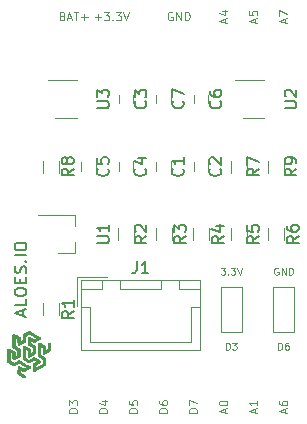
<source format=gto>
G04 #@! TF.FileFunction,Legend,Top*
%FSLAX46Y46*%
G04 Gerber Fmt 4.6, Leading zero omitted, Abs format (unit mm)*
G04 Created by KiCad (PCBNEW 4.0.7-e2-6376~58~ubuntu17.04.1) date Thu Oct  5 12:14:12 2017*
%MOMM*%
%LPD*%
G01*
G04 APERTURE LIST*
%ADD10C,0.100000*%
%ADD11C,0.150000*%
%ADD12C,0.120000*%
%ADD13C,0.010000*%
G04 APERTURE END LIST*
D10*
D11*
X139866667Y-115490238D02*
X139866667Y-115014047D01*
X140152381Y-115585476D02*
X139152381Y-115252143D01*
X140152381Y-114918809D01*
X140152381Y-114109285D02*
X140152381Y-114585476D01*
X139152381Y-114585476D01*
X139152381Y-113585476D02*
X139152381Y-113394999D01*
X139200000Y-113299761D01*
X139295238Y-113204523D01*
X139485714Y-113156904D01*
X139819048Y-113156904D01*
X140009524Y-113204523D01*
X140104762Y-113299761D01*
X140152381Y-113394999D01*
X140152381Y-113585476D01*
X140104762Y-113680714D01*
X140009524Y-113775952D01*
X139819048Y-113823571D01*
X139485714Y-113823571D01*
X139295238Y-113775952D01*
X139200000Y-113680714D01*
X139152381Y-113585476D01*
X139628571Y-112728333D02*
X139628571Y-112394999D01*
X140152381Y-112252142D02*
X140152381Y-112728333D01*
X139152381Y-112728333D01*
X139152381Y-112252142D01*
X140104762Y-111871190D02*
X140152381Y-111728333D01*
X140152381Y-111490237D01*
X140104762Y-111394999D01*
X140057143Y-111347380D01*
X139961905Y-111299761D01*
X139866667Y-111299761D01*
X139771429Y-111347380D01*
X139723810Y-111394999D01*
X139676190Y-111490237D01*
X139628571Y-111680714D01*
X139580952Y-111775952D01*
X139533333Y-111823571D01*
X139438095Y-111871190D01*
X139342857Y-111871190D01*
X139247619Y-111823571D01*
X139200000Y-111775952D01*
X139152381Y-111680714D01*
X139152381Y-111442618D01*
X139200000Y-111299761D01*
X140057143Y-110871190D02*
X140104762Y-110823571D01*
X140152381Y-110871190D01*
X140104762Y-110918809D01*
X140057143Y-110871190D01*
X140152381Y-110871190D01*
X140152381Y-110395000D02*
X139152381Y-110395000D01*
X139152381Y-109728334D02*
X139152381Y-109537857D01*
X139200000Y-109442619D01*
X139295238Y-109347381D01*
X139485714Y-109299762D01*
X139819048Y-109299762D01*
X140009524Y-109347381D01*
X140104762Y-109442619D01*
X140152381Y-109537857D01*
X140152381Y-109728334D01*
X140104762Y-109823572D01*
X140009524Y-109918810D01*
X139819048Y-109966429D01*
X139485714Y-109966429D01*
X139295238Y-109918810D01*
X139200000Y-109823572D01*
X139152381Y-109728334D01*
D10*
X144461667Y-123706666D02*
X143761667Y-123706666D01*
X143761667Y-123540000D01*
X143795000Y-123440000D01*
X143861667Y-123373333D01*
X143928333Y-123340000D01*
X144061667Y-123306666D01*
X144161667Y-123306666D01*
X144295000Y-123340000D01*
X144361667Y-123373333D01*
X144428333Y-123440000D01*
X144461667Y-123540000D01*
X144461667Y-123706666D01*
X143761667Y-123073333D02*
X143761667Y-122640000D01*
X144028333Y-122873333D01*
X144028333Y-122773333D01*
X144061667Y-122706666D01*
X144095000Y-122673333D01*
X144161667Y-122640000D01*
X144328333Y-122640000D01*
X144395000Y-122673333D01*
X144428333Y-122706666D01*
X144461667Y-122773333D01*
X144461667Y-122973333D01*
X144428333Y-123040000D01*
X144395000Y-123073333D01*
X143195000Y-90120000D02*
X143295000Y-90153333D01*
X143328333Y-90186667D01*
X143361667Y-90253333D01*
X143361667Y-90353333D01*
X143328333Y-90420000D01*
X143295000Y-90453333D01*
X143228333Y-90486667D01*
X142961667Y-90486667D01*
X142961667Y-89786667D01*
X143195000Y-89786667D01*
X143261667Y-89820000D01*
X143295000Y-89853333D01*
X143328333Y-89920000D01*
X143328333Y-89986667D01*
X143295000Y-90053333D01*
X143261667Y-90086667D01*
X143195000Y-90120000D01*
X142961667Y-90120000D01*
X143628333Y-90286667D02*
X143961667Y-90286667D01*
X143561667Y-90486667D02*
X143795000Y-89786667D01*
X144028333Y-90486667D01*
X144161667Y-89786667D02*
X144561667Y-89786667D01*
X144361667Y-90486667D02*
X144361667Y-89786667D01*
X144795000Y-90220000D02*
X145328333Y-90220000D01*
X145061666Y-90486667D02*
X145061666Y-89953333D01*
X162041667Y-123690000D02*
X162041667Y-123356666D01*
X162241667Y-123756666D02*
X161541667Y-123523333D01*
X162241667Y-123290000D01*
X161541667Y-122756666D02*
X161541667Y-122890000D01*
X161575000Y-122956666D01*
X161608333Y-122990000D01*
X161708333Y-123056666D01*
X161841667Y-123090000D01*
X162108333Y-123090000D01*
X162175000Y-123056666D01*
X162208333Y-123023333D01*
X162241667Y-122956666D01*
X162241667Y-122823333D01*
X162208333Y-122756666D01*
X162175000Y-122723333D01*
X162108333Y-122690000D01*
X161941667Y-122690000D01*
X161875000Y-122723333D01*
X161841667Y-122756666D01*
X161808333Y-122823333D01*
X161808333Y-122956666D01*
X161841667Y-123023333D01*
X161875000Y-123056666D01*
X161941667Y-123090000D01*
X162041667Y-90670000D02*
X162041667Y-90336666D01*
X162241667Y-90736666D02*
X161541667Y-90503333D01*
X162241667Y-90270000D01*
X161541667Y-90103333D02*
X161541667Y-89636666D01*
X162241667Y-89936666D01*
X156594285Y-111431429D02*
X156965714Y-111431429D01*
X156765714Y-111660000D01*
X156851428Y-111660000D01*
X156908571Y-111688571D01*
X156937142Y-111717143D01*
X156965714Y-111774286D01*
X156965714Y-111917143D01*
X156937142Y-111974286D01*
X156908571Y-112002857D01*
X156851428Y-112031429D01*
X156680000Y-112031429D01*
X156622857Y-112002857D01*
X156594285Y-111974286D01*
X157222857Y-111974286D02*
X157251429Y-112002857D01*
X157222857Y-112031429D01*
X157194286Y-112002857D01*
X157222857Y-111974286D01*
X157222857Y-112031429D01*
X157451428Y-111431429D02*
X157822857Y-111431429D01*
X157622857Y-111660000D01*
X157708571Y-111660000D01*
X157765714Y-111688571D01*
X157794285Y-111717143D01*
X157822857Y-111774286D01*
X157822857Y-111917143D01*
X157794285Y-111974286D01*
X157765714Y-112002857D01*
X157708571Y-112031429D01*
X157537143Y-112031429D01*
X157480000Y-112002857D01*
X157451428Y-111974286D01*
X157994286Y-111431429D02*
X158194286Y-112031429D01*
X158394286Y-111431429D01*
X161467858Y-111460000D02*
X161410715Y-111431429D01*
X161325001Y-111431429D01*
X161239286Y-111460000D01*
X161182144Y-111517143D01*
X161153572Y-111574286D01*
X161125001Y-111688571D01*
X161125001Y-111774286D01*
X161153572Y-111888571D01*
X161182144Y-111945714D01*
X161239286Y-112002857D01*
X161325001Y-112031429D01*
X161382144Y-112031429D01*
X161467858Y-112002857D01*
X161496429Y-111974286D01*
X161496429Y-111774286D01*
X161382144Y-111774286D01*
X161753572Y-112031429D02*
X161753572Y-111431429D01*
X162096429Y-112031429D01*
X162096429Y-111431429D01*
X162382143Y-112031429D02*
X162382143Y-111431429D01*
X162525000Y-111431429D01*
X162610715Y-111460000D01*
X162667857Y-111517143D01*
X162696429Y-111574286D01*
X162725000Y-111688571D01*
X162725000Y-111774286D01*
X162696429Y-111888571D01*
X162667857Y-111945714D01*
X162610715Y-112002857D01*
X162525000Y-112031429D01*
X162382143Y-112031429D01*
X157037143Y-118381429D02*
X157037143Y-117781429D01*
X157180000Y-117781429D01*
X157265715Y-117810000D01*
X157322857Y-117867143D01*
X157351429Y-117924286D01*
X157380000Y-118038571D01*
X157380000Y-118124286D01*
X157351429Y-118238571D01*
X157322857Y-118295714D01*
X157265715Y-118352857D01*
X157180000Y-118381429D01*
X157037143Y-118381429D01*
X157580000Y-117781429D02*
X157951429Y-117781429D01*
X157751429Y-118010000D01*
X157837143Y-118010000D01*
X157894286Y-118038571D01*
X157922857Y-118067143D01*
X157951429Y-118124286D01*
X157951429Y-118267143D01*
X157922857Y-118324286D01*
X157894286Y-118352857D01*
X157837143Y-118381429D01*
X157665715Y-118381429D01*
X157608572Y-118352857D01*
X157580000Y-118324286D01*
X161482143Y-118381429D02*
X161482143Y-117781429D01*
X161625000Y-117781429D01*
X161710715Y-117810000D01*
X161767857Y-117867143D01*
X161796429Y-117924286D01*
X161825000Y-118038571D01*
X161825000Y-118124286D01*
X161796429Y-118238571D01*
X161767857Y-118295714D01*
X161710715Y-118352857D01*
X161625000Y-118381429D01*
X161482143Y-118381429D01*
X162339286Y-117781429D02*
X162225000Y-117781429D01*
X162167857Y-117810000D01*
X162139286Y-117838571D01*
X162082143Y-117924286D01*
X162053572Y-118038571D01*
X162053572Y-118267143D01*
X162082143Y-118324286D01*
X162110715Y-118352857D01*
X162167857Y-118381429D01*
X162282143Y-118381429D01*
X162339286Y-118352857D01*
X162367857Y-118324286D01*
X162396429Y-118267143D01*
X162396429Y-118124286D01*
X162367857Y-118067143D01*
X162339286Y-118038571D01*
X162282143Y-118010000D01*
X162167857Y-118010000D01*
X162110715Y-118038571D01*
X162082143Y-118067143D01*
X162053572Y-118124286D01*
X144461667Y-123706666D02*
X143761667Y-123706666D01*
X143761667Y-123540000D01*
X143795000Y-123440000D01*
X143861667Y-123373333D01*
X143928333Y-123340000D01*
X144061667Y-123306666D01*
X144161667Y-123306666D01*
X144295000Y-123340000D01*
X144361667Y-123373333D01*
X144428333Y-123440000D01*
X144461667Y-123540000D01*
X144461667Y-123706666D01*
X143761667Y-123073333D02*
X143761667Y-122640000D01*
X144028333Y-122873333D01*
X144028333Y-122773333D01*
X144061667Y-122706666D01*
X144095000Y-122673333D01*
X144161667Y-122640000D01*
X144328333Y-122640000D01*
X144395000Y-122673333D01*
X144428333Y-122706666D01*
X144461667Y-122773333D01*
X144461667Y-122973333D01*
X144428333Y-123040000D01*
X144395000Y-123073333D01*
X147001667Y-123706666D02*
X146301667Y-123706666D01*
X146301667Y-123540000D01*
X146335000Y-123440000D01*
X146401667Y-123373333D01*
X146468333Y-123340000D01*
X146601667Y-123306666D01*
X146701667Y-123306666D01*
X146835000Y-123340000D01*
X146901667Y-123373333D01*
X146968333Y-123440000D01*
X147001667Y-123540000D01*
X147001667Y-123706666D01*
X146535000Y-122706666D02*
X147001667Y-122706666D01*
X146268333Y-122873333D02*
X146768333Y-123040000D01*
X146768333Y-122606666D01*
X149541667Y-123706666D02*
X148841667Y-123706666D01*
X148841667Y-123540000D01*
X148875000Y-123440000D01*
X148941667Y-123373333D01*
X149008333Y-123340000D01*
X149141667Y-123306666D01*
X149241667Y-123306666D01*
X149375000Y-123340000D01*
X149441667Y-123373333D01*
X149508333Y-123440000D01*
X149541667Y-123540000D01*
X149541667Y-123706666D01*
X148841667Y-122673333D02*
X148841667Y-123006666D01*
X149175000Y-123040000D01*
X149141667Y-123006666D01*
X149108333Y-122940000D01*
X149108333Y-122773333D01*
X149141667Y-122706666D01*
X149175000Y-122673333D01*
X149241667Y-122640000D01*
X149408333Y-122640000D01*
X149475000Y-122673333D01*
X149508333Y-122706666D01*
X149541667Y-122773333D01*
X149541667Y-122940000D01*
X149508333Y-123006666D01*
X149475000Y-123040000D01*
X152081667Y-123706666D02*
X151381667Y-123706666D01*
X151381667Y-123540000D01*
X151415000Y-123440000D01*
X151481667Y-123373333D01*
X151548333Y-123340000D01*
X151681667Y-123306666D01*
X151781667Y-123306666D01*
X151915000Y-123340000D01*
X151981667Y-123373333D01*
X152048333Y-123440000D01*
X152081667Y-123540000D01*
X152081667Y-123706666D01*
X151381667Y-122706666D02*
X151381667Y-122840000D01*
X151415000Y-122906666D01*
X151448333Y-122940000D01*
X151548333Y-123006666D01*
X151681667Y-123040000D01*
X151948333Y-123040000D01*
X152015000Y-123006666D01*
X152048333Y-122973333D01*
X152081667Y-122906666D01*
X152081667Y-122773333D01*
X152048333Y-122706666D01*
X152015000Y-122673333D01*
X151948333Y-122640000D01*
X151781667Y-122640000D01*
X151715000Y-122673333D01*
X151681667Y-122706666D01*
X151648333Y-122773333D01*
X151648333Y-122906666D01*
X151681667Y-122973333D01*
X151715000Y-123006666D01*
X151781667Y-123040000D01*
X154621667Y-123706666D02*
X153921667Y-123706666D01*
X153921667Y-123540000D01*
X153955000Y-123440000D01*
X154021667Y-123373333D01*
X154088333Y-123340000D01*
X154221667Y-123306666D01*
X154321667Y-123306666D01*
X154455000Y-123340000D01*
X154521667Y-123373333D01*
X154588333Y-123440000D01*
X154621667Y-123540000D01*
X154621667Y-123706666D01*
X153921667Y-123073333D02*
X153921667Y-122606666D01*
X154621667Y-122906666D01*
X156961667Y-123690000D02*
X156961667Y-123356666D01*
X157161667Y-123756666D02*
X156461667Y-123523333D01*
X157161667Y-123290000D01*
X156461667Y-122923333D02*
X156461667Y-122856666D01*
X156495000Y-122790000D01*
X156528333Y-122756666D01*
X156595000Y-122723333D01*
X156728333Y-122690000D01*
X156895000Y-122690000D01*
X157028333Y-122723333D01*
X157095000Y-122756666D01*
X157128333Y-122790000D01*
X157161667Y-122856666D01*
X157161667Y-122923333D01*
X157128333Y-122990000D01*
X157095000Y-123023333D01*
X157028333Y-123056666D01*
X156895000Y-123090000D01*
X156728333Y-123090000D01*
X156595000Y-123056666D01*
X156528333Y-123023333D01*
X156495000Y-122990000D01*
X156461667Y-122923333D01*
X159501667Y-123690000D02*
X159501667Y-123356666D01*
X159701667Y-123756666D02*
X159001667Y-123523333D01*
X159701667Y-123290000D01*
X159701667Y-122690000D02*
X159701667Y-123090000D01*
X159701667Y-122890000D02*
X159001667Y-122890000D01*
X159101667Y-122956666D01*
X159168333Y-123023333D01*
X159201667Y-123090000D01*
X159501667Y-90670000D02*
X159501667Y-90336666D01*
X159701667Y-90736666D02*
X159001667Y-90503333D01*
X159701667Y-90270000D01*
X159001667Y-89703333D02*
X159001667Y-90036666D01*
X159335000Y-90070000D01*
X159301667Y-90036666D01*
X159268333Y-89970000D01*
X159268333Y-89803333D01*
X159301667Y-89736666D01*
X159335000Y-89703333D01*
X159401667Y-89670000D01*
X159568333Y-89670000D01*
X159635000Y-89703333D01*
X159668333Y-89736666D01*
X159701667Y-89803333D01*
X159701667Y-89970000D01*
X159668333Y-90036666D01*
X159635000Y-90070000D01*
X156961667Y-90670000D02*
X156961667Y-90336666D01*
X157161667Y-90736666D02*
X156461667Y-90503333D01*
X157161667Y-90270000D01*
X156695000Y-89736666D02*
X157161667Y-89736666D01*
X156428333Y-89903333D02*
X156928333Y-90070000D01*
X156928333Y-89636666D01*
X152501667Y-89820000D02*
X152435001Y-89786667D01*
X152335001Y-89786667D01*
X152235001Y-89820000D01*
X152168334Y-89886667D01*
X152135001Y-89953333D01*
X152101667Y-90086667D01*
X152101667Y-90186667D01*
X152135001Y-90320000D01*
X152168334Y-90386667D01*
X152235001Y-90453333D01*
X152335001Y-90486667D01*
X152401667Y-90486667D01*
X152501667Y-90453333D01*
X152535001Y-90420000D01*
X152535001Y-90186667D01*
X152401667Y-90186667D01*
X152835001Y-90486667D02*
X152835001Y-89786667D01*
X153235001Y-90486667D01*
X153235001Y-89786667D01*
X153568334Y-90486667D02*
X153568334Y-89786667D01*
X153735000Y-89786667D01*
X153835000Y-89820000D01*
X153901667Y-89886667D01*
X153935000Y-89953333D01*
X153968334Y-90086667D01*
X153968334Y-90186667D01*
X153935000Y-90320000D01*
X153901667Y-90386667D01*
X153835000Y-90453333D01*
X153735000Y-90486667D01*
X153568334Y-90486667D01*
X145920000Y-90220000D02*
X146453333Y-90220000D01*
X146186666Y-90486667D02*
X146186666Y-89953333D01*
X146720000Y-89786667D02*
X147153333Y-89786667D01*
X146920000Y-90053333D01*
X147020000Y-90053333D01*
X147086667Y-90086667D01*
X147120000Y-90120000D01*
X147153333Y-90186667D01*
X147153333Y-90353333D01*
X147120000Y-90420000D01*
X147086667Y-90453333D01*
X147020000Y-90486667D01*
X146820000Y-90486667D01*
X146753333Y-90453333D01*
X146720000Y-90420000D01*
X147453334Y-90420000D02*
X147486667Y-90453333D01*
X147453334Y-90486667D01*
X147420000Y-90453333D01*
X147453334Y-90420000D01*
X147453334Y-90486667D01*
X147720000Y-89786667D02*
X148153333Y-89786667D01*
X147920000Y-90053333D01*
X148020000Y-90053333D01*
X148086667Y-90086667D01*
X148120000Y-90120000D01*
X148153333Y-90186667D01*
X148153333Y-90353333D01*
X148120000Y-90420000D01*
X148086667Y-90453333D01*
X148020000Y-90486667D01*
X147820000Y-90486667D01*
X147753333Y-90453333D01*
X147720000Y-90420000D01*
X148353334Y-89786667D02*
X148586667Y-90486667D01*
X148820000Y-89786667D01*
D12*
X152365000Y-102520000D02*
X152365000Y-103220000D01*
X151165000Y-103220000D02*
X151165000Y-102520000D01*
X155540000Y-102520000D02*
X155540000Y-103220000D01*
X154340000Y-103220000D02*
X154340000Y-102520000D01*
X147990000Y-97505000D02*
X147990000Y-96805000D01*
X149190000Y-96805000D02*
X149190000Y-97505000D01*
X149190000Y-102520000D02*
X149190000Y-103220000D01*
X147990000Y-103220000D02*
X147990000Y-102520000D01*
X146015000Y-102520000D02*
X146015000Y-103220000D01*
X144815000Y-103220000D02*
X144815000Y-102520000D01*
X154340000Y-97505000D02*
X154340000Y-96805000D01*
X155540000Y-96805000D02*
X155540000Y-97505000D01*
X151165000Y-97505000D02*
X151165000Y-96805000D01*
X152365000Y-96805000D02*
X152365000Y-97505000D01*
X144770000Y-112485000D02*
X144770000Y-118435000D01*
X144770000Y-118435000D02*
X154870000Y-118435000D01*
X154870000Y-118435000D02*
X154870000Y-112485000D01*
X154870000Y-112485000D02*
X144770000Y-112485000D01*
X148070000Y-112485000D02*
X148070000Y-113235000D01*
X148070000Y-113235000D02*
X151570000Y-113235000D01*
X151570000Y-113235000D02*
X151570000Y-112485000D01*
X151570000Y-112485000D02*
X148070000Y-112485000D01*
X144770000Y-112485000D02*
X144770000Y-113235000D01*
X144770000Y-113235000D02*
X146570000Y-113235000D01*
X146570000Y-113235000D02*
X146570000Y-112485000D01*
X146570000Y-112485000D02*
X144770000Y-112485000D01*
X153070000Y-112485000D02*
X153070000Y-113235000D01*
X153070000Y-113235000D02*
X154870000Y-113235000D01*
X154870000Y-113235000D02*
X154870000Y-112485000D01*
X154870000Y-112485000D02*
X153070000Y-112485000D01*
X144770000Y-114735000D02*
X145520000Y-114735000D01*
X145520000Y-114735000D02*
X145520000Y-117685000D01*
X145520000Y-117685000D02*
X149820000Y-117685000D01*
X154870000Y-114735000D02*
X154120000Y-114735000D01*
X154120000Y-114735000D02*
X154120000Y-117685000D01*
X154120000Y-117685000D02*
X149820000Y-117685000D01*
X146970000Y-112185000D02*
X144470000Y-112185000D01*
X144470000Y-112185000D02*
X144470000Y-114685000D01*
X161035000Y-113025000D02*
X161035000Y-116845000D01*
X161035000Y-116845000D02*
X162815000Y-116845000D01*
X162815000Y-116845000D02*
X162815000Y-113025000D01*
X161035000Y-113025000D02*
X162815000Y-113025000D01*
X156590000Y-113025000D02*
X156590000Y-116845000D01*
X156590000Y-116845000D02*
X158370000Y-116845000D01*
X158370000Y-116845000D02*
X158370000Y-113025000D01*
X156590000Y-113025000D02*
X158370000Y-113025000D01*
D13*
G36*
X138540126Y-118754945D02*
X138540220Y-118663675D01*
X138540419Y-118586716D01*
X138540760Y-118522758D01*
X138541284Y-118470489D01*
X138542027Y-118428599D01*
X138543028Y-118395776D01*
X138544325Y-118370709D01*
X138545957Y-118352088D01*
X138547962Y-118338601D01*
X138550379Y-118328938D01*
X138553245Y-118321787D01*
X138556030Y-118316758D01*
X138581640Y-118289028D01*
X138614393Y-118274938D01*
X138650443Y-118276031D01*
X138654662Y-118277211D01*
X138670949Y-118284233D01*
X138699091Y-118298526D01*
X138736785Y-118318756D01*
X138781725Y-118343590D01*
X138831606Y-118371695D01*
X138884124Y-118401739D01*
X138936973Y-118432388D01*
X138987848Y-118462309D01*
X139034445Y-118490170D01*
X139074458Y-118514638D01*
X139105583Y-118534379D01*
X139125515Y-118548061D01*
X139131037Y-118552694D01*
X139137113Y-118560064D01*
X139141798Y-118569116D01*
X139145367Y-118582179D01*
X139148096Y-118601585D01*
X139150261Y-118629664D01*
X139152138Y-118668746D01*
X139154004Y-118721163D01*
X139155108Y-118755985D01*
X139156922Y-118809701D01*
X139158804Y-118857224D01*
X139160635Y-118896121D01*
X139162296Y-118923962D01*
X139163666Y-118938313D01*
X139164121Y-118939733D01*
X139172205Y-118935723D01*
X139192349Y-118924658D01*
X139221968Y-118907988D01*
X139258477Y-118887162D01*
X139281154Y-118874117D01*
X139394884Y-118808500D01*
X139395200Y-118418186D01*
X139203386Y-118308873D01*
X139150549Y-118278381D01*
X139101730Y-118249488D01*
X139059149Y-118223565D01*
X139025027Y-118201984D01*
X139001586Y-118186117D01*
X138991719Y-118178150D01*
X138971867Y-118156740D01*
X138971867Y-117088855D01*
X138999787Y-117061794D01*
X139013613Y-117049194D01*
X139026887Y-117040167D01*
X139041269Y-117035259D01*
X139058417Y-117035016D01*
X139079992Y-117039985D01*
X139107654Y-117050711D01*
X139143061Y-117067741D01*
X139187872Y-117091622D01*
X139243749Y-117122898D01*
X139312349Y-117162117D01*
X139322734Y-117168083D01*
X139394273Y-117209520D01*
X139451979Y-117243706D01*
X139496966Y-117271354D01*
X139530343Y-117293176D01*
X139553222Y-117309885D01*
X139566716Y-117322195D01*
X139570235Y-117326833D01*
X139575610Y-117337704D01*
X139579771Y-117352023D01*
X139582955Y-117372221D01*
X139585401Y-117400729D01*
X139587348Y-117439977D01*
X139589035Y-117492397D01*
X139589934Y-117527550D01*
X139594167Y-117702868D01*
X139710583Y-117634682D01*
X139827000Y-117566496D01*
X139828077Y-117412798D01*
X139828761Y-117354858D01*
X139829949Y-117294717D01*
X139831504Y-117237683D01*
X139833291Y-117189062D01*
X139834427Y-117165967D01*
X139839700Y-117072833D01*
X139886267Y-117042081D01*
X139906506Y-117029277D01*
X139938787Y-117009539D01*
X139980503Y-116984429D01*
X140029048Y-116955511D01*
X140081814Y-116924345D01*
X140122884Y-116900264D01*
X140182415Y-116865673D01*
X140229416Y-116838920D01*
X140265831Y-116819050D01*
X140293601Y-116805109D01*
X140314668Y-116796142D01*
X140330974Y-116791195D01*
X140344461Y-116789312D01*
X140348800Y-116789200D01*
X140357672Y-116789965D01*
X140368782Y-116792677D01*
X140383291Y-116797954D01*
X140402360Y-116806419D01*
X140427149Y-116818693D01*
X140458819Y-116835398D01*
X140498530Y-116857153D01*
X140547442Y-116884580D01*
X140606717Y-116918301D01*
X140677514Y-116958936D01*
X140760995Y-117007107D01*
X140823383Y-117043201D01*
X140905677Y-117091049D01*
X140983059Y-117136436D01*
X141054271Y-117178601D01*
X141118055Y-117216780D01*
X141173155Y-117250213D01*
X141218312Y-117278138D01*
X141252268Y-117299793D01*
X141273767Y-117314415D01*
X141281108Y-117320485D01*
X141296908Y-117352355D01*
X141298691Y-117388711D01*
X141286342Y-117423880D01*
X141275929Y-117434827D01*
X141254023Y-117451368D01*
X141219911Y-117473958D01*
X141172882Y-117503051D01*
X141112224Y-117539100D01*
X141042200Y-117579703D01*
X140975759Y-117617722D01*
X140922183Y-117647923D01*
X140879790Y-117671145D01*
X140846895Y-117688232D01*
X140821813Y-117700026D01*
X140802860Y-117707367D01*
X140788352Y-117711098D01*
X140777392Y-117712066D01*
X140761334Y-117710485D01*
X140742281Y-117704971D01*
X140717690Y-117694369D01*
X140685017Y-117677523D01*
X140641722Y-117653277D01*
X140618325Y-117639779D01*
X140575213Y-117614844D01*
X140535541Y-117592065D01*
X140502340Y-117573168D01*
X140478644Y-117559883D01*
X140469425Y-117554895D01*
X140445067Y-117542298D01*
X140445329Y-117817900D01*
X140637815Y-117927966D01*
X140690657Y-117958535D01*
X140739438Y-117987420D01*
X140781956Y-118013266D01*
X140816012Y-118034717D01*
X140839405Y-118050416D01*
X140849350Y-118058319D01*
X140854494Y-118064106D01*
X140858615Y-118070545D01*
X140861824Y-118079445D01*
X140864231Y-118092612D01*
X140865948Y-118111855D01*
X140867085Y-118138980D01*
X140867753Y-118175795D01*
X140868064Y-118224108D01*
X140868129Y-118285724D01*
X140868057Y-118362453D01*
X140868056Y-118363119D01*
X140867712Y-118647633D01*
X140844773Y-118673638D01*
X140830421Y-118685714D01*
X140803880Y-118704062D01*
X140767384Y-118727412D01*
X140723167Y-118754495D01*
X140673462Y-118784040D01*
X140620504Y-118814777D01*
X140566527Y-118845436D01*
X140513764Y-118874747D01*
X140464450Y-118901440D01*
X140420818Y-118924246D01*
X140385101Y-118941893D01*
X140359536Y-118953113D01*
X140346931Y-118956667D01*
X140320766Y-118949951D01*
X140291566Y-118931632D01*
X140290363Y-118930650D01*
X140258800Y-118904634D01*
X140257881Y-118708400D01*
X140257378Y-118649153D01*
X140256479Y-118592643D01*
X140255270Y-118542069D01*
X140253832Y-118500631D01*
X140252248Y-118471527D01*
X140251531Y-118463492D01*
X140246100Y-118414818D01*
X140129683Y-118347921D01*
X140013267Y-118281025D01*
X140013267Y-119055047D01*
X140179793Y-119150499D01*
X140234379Y-119181602D01*
X140276351Y-119204964D01*
X140307658Y-119221491D01*
X140330246Y-119232088D01*
X140346063Y-119237660D01*
X140357055Y-119239112D01*
X140365170Y-119237349D01*
X140365912Y-119237025D01*
X140378483Y-119230389D01*
X140403416Y-119216478D01*
X140438459Y-119196575D01*
X140481362Y-119171964D01*
X140529876Y-119143927D01*
X140567573Y-119122016D01*
X140632296Y-119084775D01*
X140683909Y-119056170D01*
X140723520Y-119035639D01*
X140752238Y-119022618D01*
X140771169Y-119016548D01*
X140776732Y-119015933D01*
X140787795Y-119017258D01*
X140802579Y-119021706D01*
X140822408Y-119029984D01*
X140848611Y-119042802D01*
X140882512Y-119060869D01*
X140925439Y-119084892D01*
X140978718Y-119115581D01*
X141043675Y-119153644D01*
X141121637Y-119199790D01*
X141128504Y-119203870D01*
X141174948Y-119231972D01*
X141216628Y-119258155D01*
X141251240Y-119280894D01*
X141276481Y-119298663D01*
X141290047Y-119309936D01*
X141291488Y-119311807D01*
X141298936Y-119339482D01*
X141298082Y-119372792D01*
X141289254Y-119402805D01*
X141288048Y-119405097D01*
X141276287Y-119416679D01*
X141249991Y-119435619D01*
X141209700Y-119461570D01*
X141155960Y-119494185D01*
X141089311Y-119533118D01*
X141074565Y-119541583D01*
X140872634Y-119657205D01*
X140870310Y-119798480D01*
X140867986Y-119939756D01*
X140904177Y-119918565D01*
X140919349Y-119909740D01*
X140947397Y-119893487D01*
X140986533Y-119870838D01*
X141034967Y-119842830D01*
X141090909Y-119810496D01*
X141152570Y-119774872D01*
X141218160Y-119736991D01*
X141240934Y-119723842D01*
X141541500Y-119550311D01*
X141543619Y-119357205D01*
X141545738Y-119164100D01*
X141346082Y-119050142D01*
X141285296Y-119014937D01*
X141232294Y-118983219D01*
X141188637Y-118955977D01*
X141155884Y-118934199D01*
X141135594Y-118918873D01*
X141130180Y-118913369D01*
X141126849Y-118908114D01*
X141124007Y-118901562D01*
X141121615Y-118892415D01*
X141119634Y-118879374D01*
X141118026Y-118861139D01*
X141116751Y-118836412D01*
X141115773Y-118803894D01*
X141115050Y-118762286D01*
X141114546Y-118710291D01*
X141114221Y-118646608D01*
X141114036Y-118569939D01*
X141113953Y-118478985D01*
X141113934Y-118372448D01*
X141113934Y-118367926D01*
X141113950Y-118260786D01*
X141114025Y-118169270D01*
X141114199Y-118092068D01*
X141114511Y-118027869D01*
X141115001Y-117975364D01*
X141115710Y-117933243D01*
X141116677Y-117900196D01*
X141117941Y-117874913D01*
X141119543Y-117856084D01*
X141121522Y-117842400D01*
X141123918Y-117832550D01*
X141126771Y-117825224D01*
X141130121Y-117819113D01*
X141130636Y-117818274D01*
X141154053Y-117793975D01*
X141185065Y-117779582D01*
X141217647Y-117777362D01*
X141230547Y-117780679D01*
X141245696Y-117787882D01*
X141272792Y-117802214D01*
X141309548Y-117822361D01*
X141353678Y-117847008D01*
X141402893Y-117874838D01*
X141454908Y-117904537D01*
X141507435Y-117934789D01*
X141558187Y-117964278D01*
X141604877Y-117991690D01*
X141645218Y-118015709D01*
X141676923Y-118035019D01*
X141697706Y-118048305D01*
X141704483Y-118053274D01*
X141710655Y-118059415D01*
X141715325Y-118066617D01*
X141718704Y-118077144D01*
X141720999Y-118093260D01*
X141722421Y-118117228D01*
X141723178Y-118151314D01*
X141723479Y-118197780D01*
X141723533Y-118258891D01*
X141723533Y-118259642D01*
X141723804Y-118314140D01*
X141724563Y-118362447D01*
X141725730Y-118402172D01*
X141727223Y-118430922D01*
X141728963Y-118446307D01*
X141729883Y-118448241D01*
X141739038Y-118444049D01*
X141760141Y-118432762D01*
X141790535Y-118415848D01*
X141827562Y-118394779D01*
X141850533Y-118381521D01*
X141964833Y-118315226D01*
X141970054Y-118117363D01*
X141971613Y-118058172D01*
X141973087Y-118001977D01*
X141974397Y-117951892D01*
X141975459Y-117911033D01*
X141976194Y-117882512D01*
X141976404Y-117874213D01*
X141978597Y-117845208D01*
X141985268Y-117825799D01*
X141999268Y-117808727D01*
X142003829Y-117804363D01*
X142036049Y-117784402D01*
X142070950Y-117779353D01*
X142104730Y-117788487D01*
X142133584Y-117811074D01*
X142147546Y-117831931D01*
X142154210Y-117847183D01*
X142158671Y-117864357D01*
X142161260Y-117886903D01*
X142162311Y-117918269D01*
X142162157Y-117961905D01*
X142161882Y-117980546D01*
X142161074Y-118030080D01*
X142160095Y-118090550D01*
X142159043Y-118155958D01*
X142158014Y-118220308D01*
X142157467Y-118254745D01*
X142156493Y-118310175D01*
X142155381Y-118351199D01*
X142153822Y-118380343D01*
X142151505Y-118400132D01*
X142148122Y-118413093D01*
X142143365Y-118421752D01*
X142136923Y-118428635D01*
X142136101Y-118429389D01*
X142124157Y-118437872D01*
X142099505Y-118453539D01*
X142064147Y-118475184D01*
X142020084Y-118501598D01*
X141969318Y-118531575D01*
X141913849Y-118563908D01*
X141895308Y-118574627D01*
X141831525Y-118611312D01*
X141780502Y-118640296D01*
X141740409Y-118662472D01*
X141709416Y-118678734D01*
X141685691Y-118689975D01*
X141667404Y-118697087D01*
X141652724Y-118700963D01*
X141639822Y-118702497D01*
X141632841Y-118702666D01*
X141606334Y-118701145D01*
X141588961Y-118694236D01*
X141573024Y-118678420D01*
X141569017Y-118673485D01*
X141545733Y-118644305D01*
X141545731Y-118408902D01*
X141545729Y-118173500D01*
X141467415Y-118129154D01*
X141428967Y-118107332D01*
X141390503Y-118085416D01*
X141357834Y-118066721D01*
X141344650Y-118059133D01*
X141300200Y-118033457D01*
X141300239Y-118420979D01*
X141300277Y-118808500D01*
X141480155Y-118909328D01*
X141532362Y-118939093D01*
X141581334Y-118967949D01*
X141624541Y-118994333D01*
X141659457Y-119016682D01*
X141683553Y-119033433D01*
X141691783Y-119040163D01*
X141723533Y-119070170D01*
X141723264Y-119358435D01*
X141723070Y-119439032D01*
X141722610Y-119504289D01*
X141721822Y-119555798D01*
X141720642Y-119595151D01*
X141719006Y-119623940D01*
X141716852Y-119643756D01*
X141714117Y-119656192D01*
X141711181Y-119662291D01*
X141701892Y-119669219D01*
X141679216Y-119683781D01*
X141644460Y-119705199D01*
X141598931Y-119732694D01*
X141543936Y-119765487D01*
X141480783Y-119802797D01*
X141410778Y-119843845D01*
X141335230Y-119887853D01*
X141255445Y-119934041D01*
X141253191Y-119935341D01*
X141157574Y-119990503D01*
X141075472Y-120037735D01*
X141005723Y-120077552D01*
X140947164Y-120110465D01*
X140898631Y-120136990D01*
X140858962Y-120157639D01*
X140826993Y-120172925D01*
X140801563Y-120183362D01*
X140781507Y-120189464D01*
X140765663Y-120191744D01*
X140752868Y-120190714D01*
X140741959Y-120186889D01*
X140731773Y-120180783D01*
X140721148Y-120172907D01*
X140718916Y-120171202D01*
X140690600Y-120149605D01*
X140690600Y-119859077D01*
X140690646Y-119780997D01*
X140690846Y-119718060D01*
X140691294Y-119668476D01*
X140692085Y-119630454D01*
X140693313Y-119602204D01*
X140695071Y-119581936D01*
X140697453Y-119567860D01*
X140700554Y-119558185D01*
X140704468Y-119551120D01*
X140706958Y-119547755D01*
X140719424Y-119536883D01*
X140743948Y-119519515D01*
X140777814Y-119497431D01*
X140818306Y-119472408D01*
X140857241Y-119449380D01*
X140900717Y-119424149D01*
X140939583Y-119401505D01*
X140971274Y-119382950D01*
X140993226Y-119369984D01*
X141002608Y-119364287D01*
X141002857Y-119358204D01*
X140991722Y-119347077D01*
X140968431Y-119330391D01*
X140932215Y-119307633D01*
X140882302Y-119278287D01*
X140825759Y-119246226D01*
X140778884Y-119219960D01*
X140580225Y-119333667D01*
X140517275Y-119369435D01*
X140467082Y-119397282D01*
X140427921Y-119418059D01*
X140398065Y-119432619D01*
X140375789Y-119441812D01*
X140359367Y-119446490D01*
X140349348Y-119447554D01*
X140337789Y-119446245D01*
X140322477Y-119441663D01*
X140301825Y-119432999D01*
X140274244Y-119419442D01*
X140238147Y-119400183D01*
X140191948Y-119374411D01*
X140134060Y-119341317D01*
X140080727Y-119310454D01*
X140013900Y-119271484D01*
X139960367Y-119239829D01*
X139918656Y-119214514D01*
X139887293Y-119194566D01*
X139864808Y-119179010D01*
X139849728Y-119166872D01*
X139840580Y-119157179D01*
X139835893Y-119148956D01*
X139835663Y-119148324D01*
X139833701Y-119133986D01*
X139831974Y-119103229D01*
X139830491Y-119056563D01*
X139829258Y-118994501D01*
X139828284Y-118917555D01*
X139827578Y-118826236D01*
X139827147Y-118721057D01*
X139827000Y-118602529D01*
X139827000Y-118079301D01*
X139851079Y-118056233D01*
X139878211Y-118035924D01*
X139906687Y-118027687D01*
X139939594Y-118031536D01*
X139980021Y-118047489D01*
X139998569Y-118057036D01*
X140053995Y-118087379D01*
X140111937Y-118119892D01*
X140170433Y-118153397D01*
X140227519Y-118186718D01*
X140281234Y-118218676D01*
X140329615Y-118248094D01*
X140370699Y-118273794D01*
X140402522Y-118294598D01*
X140423123Y-118309329D01*
X140430278Y-118316072D01*
X140434670Y-118332759D01*
X140438455Y-118366194D01*
X140441618Y-118416200D01*
X140444148Y-118482603D01*
X140444988Y-118514059D01*
X140449300Y-118693752D01*
X140570107Y-118625242D01*
X140690913Y-118556731D01*
X140688640Y-118365115D01*
X140686367Y-118173500D01*
X140493149Y-118062640D01*
X140440182Y-118031913D01*
X140391225Y-118002877D01*
X140348480Y-117976888D01*
X140314149Y-117955303D01*
X140290436Y-117939478D01*
X140280112Y-117931406D01*
X140260292Y-117911033D01*
X140257429Y-117635867D01*
X140256747Y-117554829D01*
X140256586Y-117489143D01*
X140256989Y-117437233D01*
X140257999Y-117397523D01*
X140259659Y-117368440D01*
X140262011Y-117348407D01*
X140265098Y-117335849D01*
X140265621Y-117334527D01*
X140283176Y-117311121D01*
X140310953Y-117291994D01*
X140342240Y-117281276D01*
X140353807Y-117280266D01*
X140365870Y-117284358D01*
X140390379Y-117295876D01*
X140425172Y-117313690D01*
X140468084Y-117336665D01*
X140516952Y-117363671D01*
X140563070Y-117389814D01*
X140615245Y-117419629D01*
X140663123Y-117446790D01*
X140704578Y-117470107D01*
X140737486Y-117488389D01*
X140759720Y-117500446D01*
X140768764Y-117504962D01*
X140783235Y-117503022D01*
X140811318Y-117491317D01*
X140853073Y-117469820D01*
X140897881Y-117444679D01*
X140937032Y-117421837D01*
X140970370Y-117401805D01*
X140995404Y-117386126D01*
X141009640Y-117376344D01*
X141011967Y-117373981D01*
X141004851Y-117369065D01*
X140984846Y-117356795D01*
X140953766Y-117338223D01*
X140913423Y-117314397D01*
X140865631Y-117286367D01*
X140812202Y-117255183D01*
X140754949Y-117221894D01*
X140695686Y-117187551D01*
X140636226Y-117153203D01*
X140578380Y-117119899D01*
X140523963Y-117088690D01*
X140474787Y-117060624D01*
X140432666Y-117036753D01*
X140399412Y-117018125D01*
X140376838Y-117005790D01*
X140369564Y-117002036D01*
X140361371Y-116998662D01*
X140352648Y-116997551D01*
X140341359Y-116999606D01*
X140325472Y-117005733D01*
X140302950Y-117016838D01*
X140271760Y-117033824D01*
X140229867Y-117057598D01*
X140179609Y-117086539D01*
X140013267Y-117182574D01*
X140013232Y-117322437D01*
X140012841Y-117380687D01*
X140011790Y-117443656D01*
X140010227Y-117504776D01*
X140008299Y-117557481D01*
X140007677Y-117570555D01*
X140002156Y-117678810D01*
X139929395Y-117723696D01*
X139900076Y-117741497D01*
X139859464Y-117765753D01*
X139810939Y-117794466D01*
X139757881Y-117825639D01*
X139703669Y-117857274D01*
X139686360Y-117867324D01*
X139625825Y-117902139D01*
X139577762Y-117928738D01*
X139540158Y-117947678D01*
X139511003Y-117959517D01*
X139488284Y-117964812D01*
X139469990Y-117964122D01*
X139454110Y-117958004D01*
X139438631Y-117947015D01*
X139429067Y-117938650D01*
X139399434Y-117911730D01*
X139396470Y-117668924D01*
X139393507Y-117426117D01*
X139283024Y-117363775D01*
X139243852Y-117341751D01*
X139209799Y-117322754D01*
X139183638Y-117308320D01*
X139168141Y-117299983D01*
X139165337Y-117298611D01*
X139163860Y-117306206D01*
X139162486Y-117329067D01*
X139161244Y-117365530D01*
X139160168Y-117413929D01*
X139159287Y-117472597D01*
X139158634Y-117539868D01*
X139158241Y-117614077D01*
X139158133Y-117680128D01*
X139158133Y-118064468D01*
X139360695Y-118181948D01*
X139431071Y-118223268D01*
X139486817Y-118257132D01*
X139528365Y-118283822D01*
X139556148Y-118303617D01*
X139570598Y-118316801D01*
X139572549Y-118319824D01*
X139575840Y-118335337D01*
X139578860Y-118365150D01*
X139581564Y-118406634D01*
X139583906Y-118457157D01*
X139585842Y-118514089D01*
X139587324Y-118574798D01*
X139588308Y-118636654D01*
X139588748Y-118697026D01*
X139588598Y-118753283D01*
X139587813Y-118802795D01*
X139586348Y-118842930D01*
X139584155Y-118871058D01*
X139582292Y-118881752D01*
X139579347Y-118892571D01*
X139576255Y-118901744D01*
X139571571Y-118910291D01*
X139563844Y-118919237D01*
X139551628Y-118929604D01*
X139533475Y-118942414D01*
X139507937Y-118958690D01*
X139473565Y-118979455D01*
X139428913Y-119005731D01*
X139372532Y-119038541D01*
X139303920Y-119078358D01*
X139238411Y-119116196D01*
X139185611Y-119146055D01*
X139143699Y-119168660D01*
X139110858Y-119184734D01*
X139085268Y-119195000D01*
X139065112Y-119200184D01*
X139048570Y-119201009D01*
X139033825Y-119198197D01*
X139019057Y-119192475D01*
X139018197Y-119192085D01*
X139005295Y-119185350D01*
X138995033Y-119176945D01*
X138987110Y-119164995D01*
X138981226Y-119147622D01*
X138977079Y-119122951D01*
X138974371Y-119089105D01*
X138972800Y-119044209D01*
X138972066Y-118986385D01*
X138971869Y-118913759D01*
X138971867Y-118902726D01*
X138971867Y-118670144D01*
X138852440Y-118601739D01*
X138812124Y-118578761D01*
X138777194Y-118559070D01*
X138750176Y-118544073D01*
X138733599Y-118535178D01*
X138729588Y-118533333D01*
X138728934Y-118541520D01*
X138728414Y-118564960D01*
X138728036Y-118601976D01*
X138727803Y-118650889D01*
X138727722Y-118710019D01*
X138727797Y-118777688D01*
X138728034Y-118852216D01*
X138728365Y-118919291D01*
X138730567Y-119305250D01*
X138896263Y-119400662D01*
X139061959Y-119496075D01*
X139264008Y-119378920D01*
X139323966Y-119344240D01*
X139371216Y-119317236D01*
X139407652Y-119297013D01*
X139435167Y-119282675D01*
X139455656Y-119273327D01*
X139471015Y-119268074D01*
X139483137Y-119266019D01*
X139493917Y-119266267D01*
X139500478Y-119267141D01*
X139517941Y-119273069D01*
X139548940Y-119287548D01*
X139593622Y-119310660D01*
X139652137Y-119342485D01*
X139724635Y-119383102D01*
X139811263Y-119432591D01*
X139856633Y-119458784D01*
X139966734Y-119522577D01*
X140062882Y-119578400D01*
X140145821Y-119626692D01*
X140216296Y-119667895D01*
X140275051Y-119702447D01*
X140322831Y-119730789D01*
X140360379Y-119753361D01*
X140388441Y-119770604D01*
X140407759Y-119782956D01*
X140419080Y-119790858D01*
X140421167Y-119792547D01*
X140435795Y-119815069D01*
X140441919Y-119845757D01*
X140438898Y-119877782D01*
X140431002Y-119897330D01*
X140418803Y-119909559D01*
X140393863Y-119928302D01*
X140358428Y-119952260D01*
X140314743Y-119980133D01*
X140265056Y-120010620D01*
X140211612Y-120042422D01*
X140156657Y-120074239D01*
X140102438Y-120104770D01*
X140051200Y-120132716D01*
X140005190Y-120156777D01*
X139966653Y-120175653D01*
X139937837Y-120188043D01*
X139920987Y-120192648D01*
X139920736Y-120192652D01*
X139905275Y-120190112D01*
X139882752Y-120181812D01*
X139851451Y-120166926D01*
X139809654Y-120144627D01*
X139755647Y-120114087D01*
X139745329Y-120108133D01*
X139700472Y-120082317D01*
X139660699Y-120059676D01*
X139628295Y-120041489D01*
X139605545Y-120029038D01*
X139594734Y-120023601D01*
X139594234Y-120023466D01*
X139592785Y-120031461D01*
X139591802Y-120053570D01*
X139591334Y-120086976D01*
X139591430Y-120128865D01*
X139591840Y-120160621D01*
X139594167Y-120297775D01*
X139777963Y-120404038D01*
X139830041Y-120434541D01*
X139878509Y-120463670D01*
X139921004Y-120489947D01*
X139955165Y-120511894D01*
X139978629Y-120528034D01*
X139987513Y-120535167D01*
X140008358Y-120565696D01*
X140013146Y-120600796D01*
X140001728Y-120639230D01*
X140000479Y-120641703D01*
X139982538Y-120666286D01*
X139957886Y-120679595D01*
X139922245Y-120683850D01*
X139919262Y-120683866D01*
X139906961Y-120682851D01*
X139892346Y-120679219D01*
X139873631Y-120672086D01*
X139849030Y-120660572D01*
X139816755Y-120643795D01*
X139775019Y-120620872D01*
X139722037Y-120590923D01*
X139666822Y-120559282D01*
X139610220Y-120526280D01*
X139557144Y-120494497D01*
X139509754Y-120465291D01*
X139470214Y-120440024D01*
X139440684Y-120420053D01*
X139423327Y-120406740D01*
X139421509Y-120404998D01*
X139392785Y-120375300D01*
X139401581Y-119808492D01*
X139428158Y-119784746D01*
X139443535Y-119772194D01*
X139458580Y-119763766D01*
X139475101Y-119760026D01*
X139494904Y-119761537D01*
X139519797Y-119768863D01*
X139551587Y-119782567D01*
X139592083Y-119803212D01*
X139643090Y-119831362D01*
X139706416Y-119867581D01*
X139721144Y-119876089D01*
X139920187Y-119991177D01*
X139960377Y-119968047D01*
X139985189Y-119953708D01*
X140019266Y-119933938D01*
X140057253Y-119911846D01*
X140079885Y-119898658D01*
X140159203Y-119852400D01*
X140084118Y-119808557D01*
X140058507Y-119793675D01*
X140020586Y-119771741D01*
X139972736Y-119744127D01*
X139917337Y-119712204D01*
X139856768Y-119677344D01*
X139793411Y-119640919D01*
X139752627Y-119617493D01*
X139496220Y-119470274D01*
X139464760Y-119485251D01*
X139447585Y-119494145D01*
X139418663Y-119509909D01*
X139380900Y-119530928D01*
X139337202Y-119555581D01*
X139290474Y-119582254D01*
X139289367Y-119582889D01*
X139228218Y-119617960D01*
X139179901Y-119645419D01*
X139142571Y-119666106D01*
X139114385Y-119680859D01*
X139093499Y-119690517D01*
X139078070Y-119695918D01*
X139066254Y-119697901D01*
X139056208Y-119697304D01*
X139046087Y-119694966D01*
X139044135Y-119694430D01*
X139029716Y-119688287D01*
X139002749Y-119674724D01*
X138965308Y-119654863D01*
X138919466Y-119629827D01*
X138867294Y-119600740D01*
X138810865Y-119568724D01*
X138789614Y-119556528D01*
X138718646Y-119515325D01*
X138661641Y-119481417D01*
X138617604Y-119454162D01*
X138585539Y-119432922D01*
X138564451Y-119417055D01*
X138553345Y-119405922D01*
X138551959Y-119403704D01*
X138549445Y-119396411D01*
X138547297Y-119384134D01*
X138545489Y-119365666D01*
X138543995Y-119339800D01*
X138542788Y-119305330D01*
X138541842Y-119261049D01*
X138541131Y-119205750D01*
X138540627Y-119138227D01*
X138540305Y-119057274D01*
X138540138Y-118961683D01*
X138540098Y-118861837D01*
X138540126Y-118754945D01*
X138540126Y-118754945D01*
G37*
X138540126Y-118754945D02*
X138540220Y-118663675D01*
X138540419Y-118586716D01*
X138540760Y-118522758D01*
X138541284Y-118470489D01*
X138542027Y-118428599D01*
X138543028Y-118395776D01*
X138544325Y-118370709D01*
X138545957Y-118352088D01*
X138547962Y-118338601D01*
X138550379Y-118328938D01*
X138553245Y-118321787D01*
X138556030Y-118316758D01*
X138581640Y-118289028D01*
X138614393Y-118274938D01*
X138650443Y-118276031D01*
X138654662Y-118277211D01*
X138670949Y-118284233D01*
X138699091Y-118298526D01*
X138736785Y-118318756D01*
X138781725Y-118343590D01*
X138831606Y-118371695D01*
X138884124Y-118401739D01*
X138936973Y-118432388D01*
X138987848Y-118462309D01*
X139034445Y-118490170D01*
X139074458Y-118514638D01*
X139105583Y-118534379D01*
X139125515Y-118548061D01*
X139131037Y-118552694D01*
X139137113Y-118560064D01*
X139141798Y-118569116D01*
X139145367Y-118582179D01*
X139148096Y-118601585D01*
X139150261Y-118629664D01*
X139152138Y-118668746D01*
X139154004Y-118721163D01*
X139155108Y-118755985D01*
X139156922Y-118809701D01*
X139158804Y-118857224D01*
X139160635Y-118896121D01*
X139162296Y-118923962D01*
X139163666Y-118938313D01*
X139164121Y-118939733D01*
X139172205Y-118935723D01*
X139192349Y-118924658D01*
X139221968Y-118907988D01*
X139258477Y-118887162D01*
X139281154Y-118874117D01*
X139394884Y-118808500D01*
X139395200Y-118418186D01*
X139203386Y-118308873D01*
X139150549Y-118278381D01*
X139101730Y-118249488D01*
X139059149Y-118223565D01*
X139025027Y-118201984D01*
X139001586Y-118186117D01*
X138991719Y-118178150D01*
X138971867Y-118156740D01*
X138971867Y-117088855D01*
X138999787Y-117061794D01*
X139013613Y-117049194D01*
X139026887Y-117040167D01*
X139041269Y-117035259D01*
X139058417Y-117035016D01*
X139079992Y-117039985D01*
X139107654Y-117050711D01*
X139143061Y-117067741D01*
X139187872Y-117091622D01*
X139243749Y-117122898D01*
X139312349Y-117162117D01*
X139322734Y-117168083D01*
X139394273Y-117209520D01*
X139451979Y-117243706D01*
X139496966Y-117271354D01*
X139530343Y-117293176D01*
X139553222Y-117309885D01*
X139566716Y-117322195D01*
X139570235Y-117326833D01*
X139575610Y-117337704D01*
X139579771Y-117352023D01*
X139582955Y-117372221D01*
X139585401Y-117400729D01*
X139587348Y-117439977D01*
X139589035Y-117492397D01*
X139589934Y-117527550D01*
X139594167Y-117702868D01*
X139710583Y-117634682D01*
X139827000Y-117566496D01*
X139828077Y-117412798D01*
X139828761Y-117354858D01*
X139829949Y-117294717D01*
X139831504Y-117237683D01*
X139833291Y-117189062D01*
X139834427Y-117165967D01*
X139839700Y-117072833D01*
X139886267Y-117042081D01*
X139906506Y-117029277D01*
X139938787Y-117009539D01*
X139980503Y-116984429D01*
X140029048Y-116955511D01*
X140081814Y-116924345D01*
X140122884Y-116900264D01*
X140182415Y-116865673D01*
X140229416Y-116838920D01*
X140265831Y-116819050D01*
X140293601Y-116805109D01*
X140314668Y-116796142D01*
X140330974Y-116791195D01*
X140344461Y-116789312D01*
X140348800Y-116789200D01*
X140357672Y-116789965D01*
X140368782Y-116792677D01*
X140383291Y-116797954D01*
X140402360Y-116806419D01*
X140427149Y-116818693D01*
X140458819Y-116835398D01*
X140498530Y-116857153D01*
X140547442Y-116884580D01*
X140606717Y-116918301D01*
X140677514Y-116958936D01*
X140760995Y-117007107D01*
X140823383Y-117043201D01*
X140905677Y-117091049D01*
X140983059Y-117136436D01*
X141054271Y-117178601D01*
X141118055Y-117216780D01*
X141173155Y-117250213D01*
X141218312Y-117278138D01*
X141252268Y-117299793D01*
X141273767Y-117314415D01*
X141281108Y-117320485D01*
X141296908Y-117352355D01*
X141298691Y-117388711D01*
X141286342Y-117423880D01*
X141275929Y-117434827D01*
X141254023Y-117451368D01*
X141219911Y-117473958D01*
X141172882Y-117503051D01*
X141112224Y-117539100D01*
X141042200Y-117579703D01*
X140975759Y-117617722D01*
X140922183Y-117647923D01*
X140879790Y-117671145D01*
X140846895Y-117688232D01*
X140821813Y-117700026D01*
X140802860Y-117707367D01*
X140788352Y-117711098D01*
X140777392Y-117712066D01*
X140761334Y-117710485D01*
X140742281Y-117704971D01*
X140717690Y-117694369D01*
X140685017Y-117677523D01*
X140641722Y-117653277D01*
X140618325Y-117639779D01*
X140575213Y-117614844D01*
X140535541Y-117592065D01*
X140502340Y-117573168D01*
X140478644Y-117559883D01*
X140469425Y-117554895D01*
X140445067Y-117542298D01*
X140445329Y-117817900D01*
X140637815Y-117927966D01*
X140690657Y-117958535D01*
X140739438Y-117987420D01*
X140781956Y-118013266D01*
X140816012Y-118034717D01*
X140839405Y-118050416D01*
X140849350Y-118058319D01*
X140854494Y-118064106D01*
X140858615Y-118070545D01*
X140861824Y-118079445D01*
X140864231Y-118092612D01*
X140865948Y-118111855D01*
X140867085Y-118138980D01*
X140867753Y-118175795D01*
X140868064Y-118224108D01*
X140868129Y-118285724D01*
X140868057Y-118362453D01*
X140868056Y-118363119D01*
X140867712Y-118647633D01*
X140844773Y-118673638D01*
X140830421Y-118685714D01*
X140803880Y-118704062D01*
X140767384Y-118727412D01*
X140723167Y-118754495D01*
X140673462Y-118784040D01*
X140620504Y-118814777D01*
X140566527Y-118845436D01*
X140513764Y-118874747D01*
X140464450Y-118901440D01*
X140420818Y-118924246D01*
X140385101Y-118941893D01*
X140359536Y-118953113D01*
X140346931Y-118956667D01*
X140320766Y-118949951D01*
X140291566Y-118931632D01*
X140290363Y-118930650D01*
X140258800Y-118904634D01*
X140257881Y-118708400D01*
X140257378Y-118649153D01*
X140256479Y-118592643D01*
X140255270Y-118542069D01*
X140253832Y-118500631D01*
X140252248Y-118471527D01*
X140251531Y-118463492D01*
X140246100Y-118414818D01*
X140129683Y-118347921D01*
X140013267Y-118281025D01*
X140013267Y-119055047D01*
X140179793Y-119150499D01*
X140234379Y-119181602D01*
X140276351Y-119204964D01*
X140307658Y-119221491D01*
X140330246Y-119232088D01*
X140346063Y-119237660D01*
X140357055Y-119239112D01*
X140365170Y-119237349D01*
X140365912Y-119237025D01*
X140378483Y-119230389D01*
X140403416Y-119216478D01*
X140438459Y-119196575D01*
X140481362Y-119171964D01*
X140529876Y-119143927D01*
X140567573Y-119122016D01*
X140632296Y-119084775D01*
X140683909Y-119056170D01*
X140723520Y-119035639D01*
X140752238Y-119022618D01*
X140771169Y-119016548D01*
X140776732Y-119015933D01*
X140787795Y-119017258D01*
X140802579Y-119021706D01*
X140822408Y-119029984D01*
X140848611Y-119042802D01*
X140882512Y-119060869D01*
X140925439Y-119084892D01*
X140978718Y-119115581D01*
X141043675Y-119153644D01*
X141121637Y-119199790D01*
X141128504Y-119203870D01*
X141174948Y-119231972D01*
X141216628Y-119258155D01*
X141251240Y-119280894D01*
X141276481Y-119298663D01*
X141290047Y-119309936D01*
X141291488Y-119311807D01*
X141298936Y-119339482D01*
X141298082Y-119372792D01*
X141289254Y-119402805D01*
X141288048Y-119405097D01*
X141276287Y-119416679D01*
X141249991Y-119435619D01*
X141209700Y-119461570D01*
X141155960Y-119494185D01*
X141089311Y-119533118D01*
X141074565Y-119541583D01*
X140872634Y-119657205D01*
X140870310Y-119798480D01*
X140867986Y-119939756D01*
X140904177Y-119918565D01*
X140919349Y-119909740D01*
X140947397Y-119893487D01*
X140986533Y-119870838D01*
X141034967Y-119842830D01*
X141090909Y-119810496D01*
X141152570Y-119774872D01*
X141218160Y-119736991D01*
X141240934Y-119723842D01*
X141541500Y-119550311D01*
X141543619Y-119357205D01*
X141545738Y-119164100D01*
X141346082Y-119050142D01*
X141285296Y-119014937D01*
X141232294Y-118983219D01*
X141188637Y-118955977D01*
X141155884Y-118934199D01*
X141135594Y-118918873D01*
X141130180Y-118913369D01*
X141126849Y-118908114D01*
X141124007Y-118901562D01*
X141121615Y-118892415D01*
X141119634Y-118879374D01*
X141118026Y-118861139D01*
X141116751Y-118836412D01*
X141115773Y-118803894D01*
X141115050Y-118762286D01*
X141114546Y-118710291D01*
X141114221Y-118646608D01*
X141114036Y-118569939D01*
X141113953Y-118478985D01*
X141113934Y-118372448D01*
X141113934Y-118367926D01*
X141113950Y-118260786D01*
X141114025Y-118169270D01*
X141114199Y-118092068D01*
X141114511Y-118027869D01*
X141115001Y-117975364D01*
X141115710Y-117933243D01*
X141116677Y-117900196D01*
X141117941Y-117874913D01*
X141119543Y-117856084D01*
X141121522Y-117842400D01*
X141123918Y-117832550D01*
X141126771Y-117825224D01*
X141130121Y-117819113D01*
X141130636Y-117818274D01*
X141154053Y-117793975D01*
X141185065Y-117779582D01*
X141217647Y-117777362D01*
X141230547Y-117780679D01*
X141245696Y-117787882D01*
X141272792Y-117802214D01*
X141309548Y-117822361D01*
X141353678Y-117847008D01*
X141402893Y-117874838D01*
X141454908Y-117904537D01*
X141507435Y-117934789D01*
X141558187Y-117964278D01*
X141604877Y-117991690D01*
X141645218Y-118015709D01*
X141676923Y-118035019D01*
X141697706Y-118048305D01*
X141704483Y-118053274D01*
X141710655Y-118059415D01*
X141715325Y-118066617D01*
X141718704Y-118077144D01*
X141720999Y-118093260D01*
X141722421Y-118117228D01*
X141723178Y-118151314D01*
X141723479Y-118197780D01*
X141723533Y-118258891D01*
X141723533Y-118259642D01*
X141723804Y-118314140D01*
X141724563Y-118362447D01*
X141725730Y-118402172D01*
X141727223Y-118430922D01*
X141728963Y-118446307D01*
X141729883Y-118448241D01*
X141739038Y-118444049D01*
X141760141Y-118432762D01*
X141790535Y-118415848D01*
X141827562Y-118394779D01*
X141850533Y-118381521D01*
X141964833Y-118315226D01*
X141970054Y-118117363D01*
X141971613Y-118058172D01*
X141973087Y-118001977D01*
X141974397Y-117951892D01*
X141975459Y-117911033D01*
X141976194Y-117882512D01*
X141976404Y-117874213D01*
X141978597Y-117845208D01*
X141985268Y-117825799D01*
X141999268Y-117808727D01*
X142003829Y-117804363D01*
X142036049Y-117784402D01*
X142070950Y-117779353D01*
X142104730Y-117788487D01*
X142133584Y-117811074D01*
X142147546Y-117831931D01*
X142154210Y-117847183D01*
X142158671Y-117864357D01*
X142161260Y-117886903D01*
X142162311Y-117918269D01*
X142162157Y-117961905D01*
X142161882Y-117980546D01*
X142161074Y-118030080D01*
X142160095Y-118090550D01*
X142159043Y-118155958D01*
X142158014Y-118220308D01*
X142157467Y-118254745D01*
X142156493Y-118310175D01*
X142155381Y-118351199D01*
X142153822Y-118380343D01*
X142151505Y-118400132D01*
X142148122Y-118413093D01*
X142143365Y-118421752D01*
X142136923Y-118428635D01*
X142136101Y-118429389D01*
X142124157Y-118437872D01*
X142099505Y-118453539D01*
X142064147Y-118475184D01*
X142020084Y-118501598D01*
X141969318Y-118531575D01*
X141913849Y-118563908D01*
X141895308Y-118574627D01*
X141831525Y-118611312D01*
X141780502Y-118640296D01*
X141740409Y-118662472D01*
X141709416Y-118678734D01*
X141685691Y-118689975D01*
X141667404Y-118697087D01*
X141652724Y-118700963D01*
X141639822Y-118702497D01*
X141632841Y-118702666D01*
X141606334Y-118701145D01*
X141588961Y-118694236D01*
X141573024Y-118678420D01*
X141569017Y-118673485D01*
X141545733Y-118644305D01*
X141545731Y-118408902D01*
X141545729Y-118173500D01*
X141467415Y-118129154D01*
X141428967Y-118107332D01*
X141390503Y-118085416D01*
X141357834Y-118066721D01*
X141344650Y-118059133D01*
X141300200Y-118033457D01*
X141300239Y-118420979D01*
X141300277Y-118808500D01*
X141480155Y-118909328D01*
X141532362Y-118939093D01*
X141581334Y-118967949D01*
X141624541Y-118994333D01*
X141659457Y-119016682D01*
X141683553Y-119033433D01*
X141691783Y-119040163D01*
X141723533Y-119070170D01*
X141723264Y-119358435D01*
X141723070Y-119439032D01*
X141722610Y-119504289D01*
X141721822Y-119555798D01*
X141720642Y-119595151D01*
X141719006Y-119623940D01*
X141716852Y-119643756D01*
X141714117Y-119656192D01*
X141711181Y-119662291D01*
X141701892Y-119669219D01*
X141679216Y-119683781D01*
X141644460Y-119705199D01*
X141598931Y-119732694D01*
X141543936Y-119765487D01*
X141480783Y-119802797D01*
X141410778Y-119843845D01*
X141335230Y-119887853D01*
X141255445Y-119934041D01*
X141253191Y-119935341D01*
X141157574Y-119990503D01*
X141075472Y-120037735D01*
X141005723Y-120077552D01*
X140947164Y-120110465D01*
X140898631Y-120136990D01*
X140858962Y-120157639D01*
X140826993Y-120172925D01*
X140801563Y-120183362D01*
X140781507Y-120189464D01*
X140765663Y-120191744D01*
X140752868Y-120190714D01*
X140741959Y-120186889D01*
X140731773Y-120180783D01*
X140721148Y-120172907D01*
X140718916Y-120171202D01*
X140690600Y-120149605D01*
X140690600Y-119859077D01*
X140690646Y-119780997D01*
X140690846Y-119718060D01*
X140691294Y-119668476D01*
X140692085Y-119630454D01*
X140693313Y-119602204D01*
X140695071Y-119581936D01*
X140697453Y-119567860D01*
X140700554Y-119558185D01*
X140704468Y-119551120D01*
X140706958Y-119547755D01*
X140719424Y-119536883D01*
X140743948Y-119519515D01*
X140777814Y-119497431D01*
X140818306Y-119472408D01*
X140857241Y-119449380D01*
X140900717Y-119424149D01*
X140939583Y-119401505D01*
X140971274Y-119382950D01*
X140993226Y-119369984D01*
X141002608Y-119364287D01*
X141002857Y-119358204D01*
X140991722Y-119347077D01*
X140968431Y-119330391D01*
X140932215Y-119307633D01*
X140882302Y-119278287D01*
X140825759Y-119246226D01*
X140778884Y-119219960D01*
X140580225Y-119333667D01*
X140517275Y-119369435D01*
X140467082Y-119397282D01*
X140427921Y-119418059D01*
X140398065Y-119432619D01*
X140375789Y-119441812D01*
X140359367Y-119446490D01*
X140349348Y-119447554D01*
X140337789Y-119446245D01*
X140322477Y-119441663D01*
X140301825Y-119432999D01*
X140274244Y-119419442D01*
X140238147Y-119400183D01*
X140191948Y-119374411D01*
X140134060Y-119341317D01*
X140080727Y-119310454D01*
X140013900Y-119271484D01*
X139960367Y-119239829D01*
X139918656Y-119214514D01*
X139887293Y-119194566D01*
X139864808Y-119179010D01*
X139849728Y-119166872D01*
X139840580Y-119157179D01*
X139835893Y-119148956D01*
X139835663Y-119148324D01*
X139833701Y-119133986D01*
X139831974Y-119103229D01*
X139830491Y-119056563D01*
X139829258Y-118994501D01*
X139828284Y-118917555D01*
X139827578Y-118826236D01*
X139827147Y-118721057D01*
X139827000Y-118602529D01*
X139827000Y-118079301D01*
X139851079Y-118056233D01*
X139878211Y-118035924D01*
X139906687Y-118027687D01*
X139939594Y-118031536D01*
X139980021Y-118047489D01*
X139998569Y-118057036D01*
X140053995Y-118087379D01*
X140111937Y-118119892D01*
X140170433Y-118153397D01*
X140227519Y-118186718D01*
X140281234Y-118218676D01*
X140329615Y-118248094D01*
X140370699Y-118273794D01*
X140402522Y-118294598D01*
X140423123Y-118309329D01*
X140430278Y-118316072D01*
X140434670Y-118332759D01*
X140438455Y-118366194D01*
X140441618Y-118416200D01*
X140444148Y-118482603D01*
X140444988Y-118514059D01*
X140449300Y-118693752D01*
X140570107Y-118625242D01*
X140690913Y-118556731D01*
X140688640Y-118365115D01*
X140686367Y-118173500D01*
X140493149Y-118062640D01*
X140440182Y-118031913D01*
X140391225Y-118002877D01*
X140348480Y-117976888D01*
X140314149Y-117955303D01*
X140290436Y-117939478D01*
X140280112Y-117931406D01*
X140260292Y-117911033D01*
X140257429Y-117635867D01*
X140256747Y-117554829D01*
X140256586Y-117489143D01*
X140256989Y-117437233D01*
X140257999Y-117397523D01*
X140259659Y-117368440D01*
X140262011Y-117348407D01*
X140265098Y-117335849D01*
X140265621Y-117334527D01*
X140283176Y-117311121D01*
X140310953Y-117291994D01*
X140342240Y-117281276D01*
X140353807Y-117280266D01*
X140365870Y-117284358D01*
X140390379Y-117295876D01*
X140425172Y-117313690D01*
X140468084Y-117336665D01*
X140516952Y-117363671D01*
X140563070Y-117389814D01*
X140615245Y-117419629D01*
X140663123Y-117446790D01*
X140704578Y-117470107D01*
X140737486Y-117488389D01*
X140759720Y-117500446D01*
X140768764Y-117504962D01*
X140783235Y-117503022D01*
X140811318Y-117491317D01*
X140853073Y-117469820D01*
X140897881Y-117444679D01*
X140937032Y-117421837D01*
X140970370Y-117401805D01*
X140995404Y-117386126D01*
X141009640Y-117376344D01*
X141011967Y-117373981D01*
X141004851Y-117369065D01*
X140984846Y-117356795D01*
X140953766Y-117338223D01*
X140913423Y-117314397D01*
X140865631Y-117286367D01*
X140812202Y-117255183D01*
X140754949Y-117221894D01*
X140695686Y-117187551D01*
X140636226Y-117153203D01*
X140578380Y-117119899D01*
X140523963Y-117088690D01*
X140474787Y-117060624D01*
X140432666Y-117036753D01*
X140399412Y-117018125D01*
X140376838Y-117005790D01*
X140369564Y-117002036D01*
X140361371Y-116998662D01*
X140352648Y-116997551D01*
X140341359Y-116999606D01*
X140325472Y-117005733D01*
X140302950Y-117016838D01*
X140271760Y-117033824D01*
X140229867Y-117057598D01*
X140179609Y-117086539D01*
X140013267Y-117182574D01*
X140013232Y-117322437D01*
X140012841Y-117380687D01*
X140011790Y-117443656D01*
X140010227Y-117504776D01*
X140008299Y-117557481D01*
X140007677Y-117570555D01*
X140002156Y-117678810D01*
X139929395Y-117723696D01*
X139900076Y-117741497D01*
X139859464Y-117765753D01*
X139810939Y-117794466D01*
X139757881Y-117825639D01*
X139703669Y-117857274D01*
X139686360Y-117867324D01*
X139625825Y-117902139D01*
X139577762Y-117928738D01*
X139540158Y-117947678D01*
X139511003Y-117959517D01*
X139488284Y-117964812D01*
X139469990Y-117964122D01*
X139454110Y-117958004D01*
X139438631Y-117947015D01*
X139429067Y-117938650D01*
X139399434Y-117911730D01*
X139396470Y-117668924D01*
X139393507Y-117426117D01*
X139283024Y-117363775D01*
X139243852Y-117341751D01*
X139209799Y-117322754D01*
X139183638Y-117308320D01*
X139168141Y-117299983D01*
X139165337Y-117298611D01*
X139163860Y-117306206D01*
X139162486Y-117329067D01*
X139161244Y-117365530D01*
X139160168Y-117413929D01*
X139159287Y-117472597D01*
X139158634Y-117539868D01*
X139158241Y-117614077D01*
X139158133Y-117680128D01*
X139158133Y-118064468D01*
X139360695Y-118181948D01*
X139431071Y-118223268D01*
X139486817Y-118257132D01*
X139528365Y-118283822D01*
X139556148Y-118303617D01*
X139570598Y-118316801D01*
X139572549Y-118319824D01*
X139575840Y-118335337D01*
X139578860Y-118365150D01*
X139581564Y-118406634D01*
X139583906Y-118457157D01*
X139585842Y-118514089D01*
X139587324Y-118574798D01*
X139588308Y-118636654D01*
X139588748Y-118697026D01*
X139588598Y-118753283D01*
X139587813Y-118802795D01*
X139586348Y-118842930D01*
X139584155Y-118871058D01*
X139582292Y-118881752D01*
X139579347Y-118892571D01*
X139576255Y-118901744D01*
X139571571Y-118910291D01*
X139563844Y-118919237D01*
X139551628Y-118929604D01*
X139533475Y-118942414D01*
X139507937Y-118958690D01*
X139473565Y-118979455D01*
X139428913Y-119005731D01*
X139372532Y-119038541D01*
X139303920Y-119078358D01*
X139238411Y-119116196D01*
X139185611Y-119146055D01*
X139143699Y-119168660D01*
X139110858Y-119184734D01*
X139085268Y-119195000D01*
X139065112Y-119200184D01*
X139048570Y-119201009D01*
X139033825Y-119198197D01*
X139019057Y-119192475D01*
X139018197Y-119192085D01*
X139005295Y-119185350D01*
X138995033Y-119176945D01*
X138987110Y-119164995D01*
X138981226Y-119147622D01*
X138977079Y-119122951D01*
X138974371Y-119089105D01*
X138972800Y-119044209D01*
X138972066Y-118986385D01*
X138971869Y-118913759D01*
X138971867Y-118902726D01*
X138971867Y-118670144D01*
X138852440Y-118601739D01*
X138812124Y-118578761D01*
X138777194Y-118559070D01*
X138750176Y-118544073D01*
X138733599Y-118535178D01*
X138729588Y-118533333D01*
X138728934Y-118541520D01*
X138728414Y-118564960D01*
X138728036Y-118601976D01*
X138727803Y-118650889D01*
X138727722Y-118710019D01*
X138727797Y-118777688D01*
X138728034Y-118852216D01*
X138728365Y-118919291D01*
X138730567Y-119305250D01*
X138896263Y-119400662D01*
X139061959Y-119496075D01*
X139264008Y-119378920D01*
X139323966Y-119344240D01*
X139371216Y-119317236D01*
X139407652Y-119297013D01*
X139435167Y-119282675D01*
X139455656Y-119273327D01*
X139471015Y-119268074D01*
X139483137Y-119266019D01*
X139493917Y-119266267D01*
X139500478Y-119267141D01*
X139517941Y-119273069D01*
X139548940Y-119287548D01*
X139593622Y-119310660D01*
X139652137Y-119342485D01*
X139724635Y-119383102D01*
X139811263Y-119432591D01*
X139856633Y-119458784D01*
X139966734Y-119522577D01*
X140062882Y-119578400D01*
X140145821Y-119626692D01*
X140216296Y-119667895D01*
X140275051Y-119702447D01*
X140322831Y-119730789D01*
X140360379Y-119753361D01*
X140388441Y-119770604D01*
X140407759Y-119782956D01*
X140419080Y-119790858D01*
X140421167Y-119792547D01*
X140435795Y-119815069D01*
X140441919Y-119845757D01*
X140438898Y-119877782D01*
X140431002Y-119897330D01*
X140418803Y-119909559D01*
X140393863Y-119928302D01*
X140358428Y-119952260D01*
X140314743Y-119980133D01*
X140265056Y-120010620D01*
X140211612Y-120042422D01*
X140156657Y-120074239D01*
X140102438Y-120104770D01*
X140051200Y-120132716D01*
X140005190Y-120156777D01*
X139966653Y-120175653D01*
X139937837Y-120188043D01*
X139920987Y-120192648D01*
X139920736Y-120192652D01*
X139905275Y-120190112D01*
X139882752Y-120181812D01*
X139851451Y-120166926D01*
X139809654Y-120144627D01*
X139755647Y-120114087D01*
X139745329Y-120108133D01*
X139700472Y-120082317D01*
X139660699Y-120059676D01*
X139628295Y-120041489D01*
X139605545Y-120029038D01*
X139594734Y-120023601D01*
X139594234Y-120023466D01*
X139592785Y-120031461D01*
X139591802Y-120053570D01*
X139591334Y-120086976D01*
X139591430Y-120128865D01*
X139591840Y-120160621D01*
X139594167Y-120297775D01*
X139777963Y-120404038D01*
X139830041Y-120434541D01*
X139878509Y-120463670D01*
X139921004Y-120489947D01*
X139955165Y-120511894D01*
X139978629Y-120528034D01*
X139987513Y-120535167D01*
X140008358Y-120565696D01*
X140013146Y-120600796D01*
X140001728Y-120639230D01*
X140000479Y-120641703D01*
X139982538Y-120666286D01*
X139957886Y-120679595D01*
X139922245Y-120683850D01*
X139919262Y-120683866D01*
X139906961Y-120682851D01*
X139892346Y-120679219D01*
X139873631Y-120672086D01*
X139849030Y-120660572D01*
X139816755Y-120643795D01*
X139775019Y-120620872D01*
X139722037Y-120590923D01*
X139666822Y-120559282D01*
X139610220Y-120526280D01*
X139557144Y-120494497D01*
X139509754Y-120465291D01*
X139470214Y-120440024D01*
X139440684Y-120420053D01*
X139423327Y-120406740D01*
X139421509Y-120404998D01*
X139392785Y-120375300D01*
X139401581Y-119808492D01*
X139428158Y-119784746D01*
X139443535Y-119772194D01*
X139458580Y-119763766D01*
X139475101Y-119760026D01*
X139494904Y-119761537D01*
X139519797Y-119768863D01*
X139551587Y-119782567D01*
X139592083Y-119803212D01*
X139643090Y-119831362D01*
X139706416Y-119867581D01*
X139721144Y-119876089D01*
X139920187Y-119991177D01*
X139960377Y-119968047D01*
X139985189Y-119953708D01*
X140019266Y-119933938D01*
X140057253Y-119911846D01*
X140079885Y-119898658D01*
X140159203Y-119852400D01*
X140084118Y-119808557D01*
X140058507Y-119793675D01*
X140020586Y-119771741D01*
X139972736Y-119744127D01*
X139917337Y-119712204D01*
X139856768Y-119677344D01*
X139793411Y-119640919D01*
X139752627Y-119617493D01*
X139496220Y-119470274D01*
X139464760Y-119485251D01*
X139447585Y-119494145D01*
X139418663Y-119509909D01*
X139380900Y-119530928D01*
X139337202Y-119555581D01*
X139290474Y-119582254D01*
X139289367Y-119582889D01*
X139228218Y-119617960D01*
X139179901Y-119645419D01*
X139142571Y-119666106D01*
X139114385Y-119680859D01*
X139093499Y-119690517D01*
X139078070Y-119695918D01*
X139066254Y-119697901D01*
X139056208Y-119697304D01*
X139046087Y-119694966D01*
X139044135Y-119694430D01*
X139029716Y-119688287D01*
X139002749Y-119674724D01*
X138965308Y-119654863D01*
X138919466Y-119629827D01*
X138867294Y-119600740D01*
X138810865Y-119568724D01*
X138789614Y-119556528D01*
X138718646Y-119515325D01*
X138661641Y-119481417D01*
X138617604Y-119454162D01*
X138585539Y-119432922D01*
X138564451Y-119417055D01*
X138553345Y-119405922D01*
X138551959Y-119403704D01*
X138549445Y-119396411D01*
X138547297Y-119384134D01*
X138545489Y-119365666D01*
X138543995Y-119339800D01*
X138542788Y-119305330D01*
X138541842Y-119261049D01*
X138541131Y-119205750D01*
X138540627Y-119138227D01*
X138540305Y-119057274D01*
X138540138Y-118961683D01*
X138540098Y-118861837D01*
X138540126Y-118754945D01*
D12*
X141560000Y-115435000D02*
X141560000Y-114435000D01*
X142920000Y-114435000D02*
X142920000Y-115435000D01*
X149270000Y-108085000D02*
X149270000Y-109085000D01*
X147910000Y-109085000D02*
X147910000Y-108085000D01*
X151085000Y-109085000D02*
X151085000Y-108085000D01*
X152445000Y-108085000D02*
X152445000Y-109085000D01*
X154260000Y-109085000D02*
X154260000Y-108085000D01*
X155620000Y-108085000D02*
X155620000Y-109085000D01*
X158795000Y-108085000D02*
X158795000Y-109085000D01*
X157435000Y-109085000D02*
X157435000Y-108085000D01*
X160610000Y-109085000D02*
X160610000Y-108085000D01*
X161970000Y-108085000D02*
X161970000Y-109085000D01*
X158795000Y-102370000D02*
X158795000Y-103370000D01*
X157435000Y-103370000D02*
X157435000Y-102370000D01*
X141560000Y-103370000D02*
X141560000Y-102370000D01*
X142920000Y-102370000D02*
X142920000Y-103370000D01*
X161970000Y-102370000D02*
X161970000Y-103370000D01*
X160610000Y-103370000D02*
X160610000Y-102370000D01*
X144270000Y-110165000D02*
X144270000Y-109235000D01*
X144270000Y-107005000D02*
X144270000Y-107935000D01*
X144270000Y-107005000D02*
X141110000Y-107005000D01*
X144270000Y-110165000D02*
X142810000Y-110165000D01*
X158485000Y-98765000D02*
X160285000Y-98765000D01*
X160285000Y-95545000D02*
X157835000Y-95545000D01*
X142610000Y-98765000D02*
X144410000Y-98765000D01*
X144410000Y-95545000D02*
X141960000Y-95545000D01*
D11*
X153372143Y-103036666D02*
X153419762Y-103084285D01*
X153467381Y-103227142D01*
X153467381Y-103322380D01*
X153419762Y-103465238D01*
X153324524Y-103560476D01*
X153229286Y-103608095D01*
X153038810Y-103655714D01*
X152895952Y-103655714D01*
X152705476Y-103608095D01*
X152610238Y-103560476D01*
X152515000Y-103465238D01*
X152467381Y-103322380D01*
X152467381Y-103227142D01*
X152515000Y-103084285D01*
X152562619Y-103036666D01*
X153467381Y-102084285D02*
X153467381Y-102655714D01*
X153467381Y-102370000D02*
X152467381Y-102370000D01*
X152610238Y-102465238D01*
X152705476Y-102560476D01*
X152753095Y-102655714D01*
X156547143Y-103036666D02*
X156594762Y-103084285D01*
X156642381Y-103227142D01*
X156642381Y-103322380D01*
X156594762Y-103465238D01*
X156499524Y-103560476D01*
X156404286Y-103608095D01*
X156213810Y-103655714D01*
X156070952Y-103655714D01*
X155880476Y-103608095D01*
X155785238Y-103560476D01*
X155690000Y-103465238D01*
X155642381Y-103322380D01*
X155642381Y-103227142D01*
X155690000Y-103084285D01*
X155737619Y-103036666D01*
X155737619Y-102655714D02*
X155690000Y-102608095D01*
X155642381Y-102512857D01*
X155642381Y-102274761D01*
X155690000Y-102179523D01*
X155737619Y-102131904D01*
X155832857Y-102084285D01*
X155928095Y-102084285D01*
X156070952Y-102131904D01*
X156642381Y-102703333D01*
X156642381Y-102084285D01*
X150217143Y-97321666D02*
X150264762Y-97369285D01*
X150312381Y-97512142D01*
X150312381Y-97607380D01*
X150264762Y-97750238D01*
X150169524Y-97845476D01*
X150074286Y-97893095D01*
X149883810Y-97940714D01*
X149740952Y-97940714D01*
X149550476Y-97893095D01*
X149455238Y-97845476D01*
X149360000Y-97750238D01*
X149312381Y-97607380D01*
X149312381Y-97512142D01*
X149360000Y-97369285D01*
X149407619Y-97321666D01*
X149312381Y-96988333D02*
X149312381Y-96369285D01*
X149693333Y-96702619D01*
X149693333Y-96559761D01*
X149740952Y-96464523D01*
X149788571Y-96416904D01*
X149883810Y-96369285D01*
X150121905Y-96369285D01*
X150217143Y-96416904D01*
X150264762Y-96464523D01*
X150312381Y-96559761D01*
X150312381Y-96845476D01*
X150264762Y-96940714D01*
X150217143Y-96988333D01*
X150197143Y-103036666D02*
X150244762Y-103084285D01*
X150292381Y-103227142D01*
X150292381Y-103322380D01*
X150244762Y-103465238D01*
X150149524Y-103560476D01*
X150054286Y-103608095D01*
X149863810Y-103655714D01*
X149720952Y-103655714D01*
X149530476Y-103608095D01*
X149435238Y-103560476D01*
X149340000Y-103465238D01*
X149292381Y-103322380D01*
X149292381Y-103227142D01*
X149340000Y-103084285D01*
X149387619Y-103036666D01*
X149625714Y-102179523D02*
X150292381Y-102179523D01*
X149244762Y-102417619D02*
X149959048Y-102655714D01*
X149959048Y-102036666D01*
X147022143Y-103036666D02*
X147069762Y-103084285D01*
X147117381Y-103227142D01*
X147117381Y-103322380D01*
X147069762Y-103465238D01*
X146974524Y-103560476D01*
X146879286Y-103608095D01*
X146688810Y-103655714D01*
X146545952Y-103655714D01*
X146355476Y-103608095D01*
X146260238Y-103560476D01*
X146165000Y-103465238D01*
X146117381Y-103322380D01*
X146117381Y-103227142D01*
X146165000Y-103084285D01*
X146212619Y-103036666D01*
X146117381Y-102131904D02*
X146117381Y-102608095D01*
X146593571Y-102655714D01*
X146545952Y-102608095D01*
X146498333Y-102512857D01*
X146498333Y-102274761D01*
X146545952Y-102179523D01*
X146593571Y-102131904D01*
X146688810Y-102084285D01*
X146926905Y-102084285D01*
X147022143Y-102131904D01*
X147069762Y-102179523D01*
X147117381Y-102274761D01*
X147117381Y-102512857D01*
X147069762Y-102608095D01*
X147022143Y-102655714D01*
X156567143Y-97321666D02*
X156614762Y-97369285D01*
X156662381Y-97512142D01*
X156662381Y-97607380D01*
X156614762Y-97750238D01*
X156519524Y-97845476D01*
X156424286Y-97893095D01*
X156233810Y-97940714D01*
X156090952Y-97940714D01*
X155900476Y-97893095D01*
X155805238Y-97845476D01*
X155710000Y-97750238D01*
X155662381Y-97607380D01*
X155662381Y-97512142D01*
X155710000Y-97369285D01*
X155757619Y-97321666D01*
X155662381Y-96464523D02*
X155662381Y-96655000D01*
X155710000Y-96750238D01*
X155757619Y-96797857D01*
X155900476Y-96893095D01*
X156090952Y-96940714D01*
X156471905Y-96940714D01*
X156567143Y-96893095D01*
X156614762Y-96845476D01*
X156662381Y-96750238D01*
X156662381Y-96559761D01*
X156614762Y-96464523D01*
X156567143Y-96416904D01*
X156471905Y-96369285D01*
X156233810Y-96369285D01*
X156138571Y-96416904D01*
X156090952Y-96464523D01*
X156043333Y-96559761D01*
X156043333Y-96750238D01*
X156090952Y-96845476D01*
X156138571Y-96893095D01*
X156233810Y-96940714D01*
X153392143Y-97321666D02*
X153439762Y-97369285D01*
X153487381Y-97512142D01*
X153487381Y-97607380D01*
X153439762Y-97750238D01*
X153344524Y-97845476D01*
X153249286Y-97893095D01*
X153058810Y-97940714D01*
X152915952Y-97940714D01*
X152725476Y-97893095D01*
X152630238Y-97845476D01*
X152535000Y-97750238D01*
X152487381Y-97607380D01*
X152487381Y-97512142D01*
X152535000Y-97369285D01*
X152582619Y-97321666D01*
X152487381Y-96988333D02*
X152487381Y-96321666D01*
X153487381Y-96750238D01*
X149486667Y-110887381D02*
X149486667Y-111601667D01*
X149439047Y-111744524D01*
X149343809Y-111839762D01*
X149200952Y-111887381D01*
X149105714Y-111887381D01*
X150486667Y-111887381D02*
X149915238Y-111887381D01*
X150200952Y-111887381D02*
X150200952Y-110887381D01*
X150105714Y-111030238D01*
X150010476Y-111125476D01*
X149915238Y-111173095D01*
X144142381Y-115101666D02*
X143666190Y-115435000D01*
X144142381Y-115673095D02*
X143142381Y-115673095D01*
X143142381Y-115292142D01*
X143190000Y-115196904D01*
X143237619Y-115149285D01*
X143332857Y-115101666D01*
X143475714Y-115101666D01*
X143570952Y-115149285D01*
X143618571Y-115196904D01*
X143666190Y-115292142D01*
X143666190Y-115673095D01*
X144142381Y-114149285D02*
X144142381Y-114720714D01*
X144142381Y-114435000D02*
X143142381Y-114435000D01*
X143285238Y-114530238D01*
X143380476Y-114625476D01*
X143428095Y-114720714D01*
X150312381Y-108751666D02*
X149836190Y-109085000D01*
X150312381Y-109323095D02*
X149312381Y-109323095D01*
X149312381Y-108942142D01*
X149360000Y-108846904D01*
X149407619Y-108799285D01*
X149502857Y-108751666D01*
X149645714Y-108751666D01*
X149740952Y-108799285D01*
X149788571Y-108846904D01*
X149836190Y-108942142D01*
X149836190Y-109323095D01*
X149407619Y-108370714D02*
X149360000Y-108323095D01*
X149312381Y-108227857D01*
X149312381Y-107989761D01*
X149360000Y-107894523D01*
X149407619Y-107846904D01*
X149502857Y-107799285D01*
X149598095Y-107799285D01*
X149740952Y-107846904D01*
X150312381Y-108418333D01*
X150312381Y-107799285D01*
X153667381Y-108751666D02*
X153191190Y-109085000D01*
X153667381Y-109323095D02*
X152667381Y-109323095D01*
X152667381Y-108942142D01*
X152715000Y-108846904D01*
X152762619Y-108799285D01*
X152857857Y-108751666D01*
X153000714Y-108751666D01*
X153095952Y-108799285D01*
X153143571Y-108846904D01*
X153191190Y-108942142D01*
X153191190Y-109323095D01*
X152667381Y-108418333D02*
X152667381Y-107799285D01*
X153048333Y-108132619D01*
X153048333Y-107989761D01*
X153095952Y-107894523D01*
X153143571Y-107846904D01*
X153238810Y-107799285D01*
X153476905Y-107799285D01*
X153572143Y-107846904D01*
X153619762Y-107894523D01*
X153667381Y-107989761D01*
X153667381Y-108275476D01*
X153619762Y-108370714D01*
X153572143Y-108418333D01*
X156842381Y-108751666D02*
X156366190Y-109085000D01*
X156842381Y-109323095D02*
X155842381Y-109323095D01*
X155842381Y-108942142D01*
X155890000Y-108846904D01*
X155937619Y-108799285D01*
X156032857Y-108751666D01*
X156175714Y-108751666D01*
X156270952Y-108799285D01*
X156318571Y-108846904D01*
X156366190Y-108942142D01*
X156366190Y-109323095D01*
X156175714Y-107894523D02*
X156842381Y-107894523D01*
X155794762Y-108132619D02*
X156509048Y-108370714D01*
X156509048Y-107751666D01*
X159837381Y-108751666D02*
X159361190Y-109085000D01*
X159837381Y-109323095D02*
X158837381Y-109323095D01*
X158837381Y-108942142D01*
X158885000Y-108846904D01*
X158932619Y-108799285D01*
X159027857Y-108751666D01*
X159170714Y-108751666D01*
X159265952Y-108799285D01*
X159313571Y-108846904D01*
X159361190Y-108942142D01*
X159361190Y-109323095D01*
X158837381Y-107846904D02*
X158837381Y-108323095D01*
X159313571Y-108370714D01*
X159265952Y-108323095D01*
X159218333Y-108227857D01*
X159218333Y-107989761D01*
X159265952Y-107894523D01*
X159313571Y-107846904D01*
X159408810Y-107799285D01*
X159646905Y-107799285D01*
X159742143Y-107846904D01*
X159789762Y-107894523D01*
X159837381Y-107989761D01*
X159837381Y-108227857D01*
X159789762Y-108323095D01*
X159742143Y-108370714D01*
X163192381Y-108751666D02*
X162716190Y-109085000D01*
X163192381Y-109323095D02*
X162192381Y-109323095D01*
X162192381Y-108942142D01*
X162240000Y-108846904D01*
X162287619Y-108799285D01*
X162382857Y-108751666D01*
X162525714Y-108751666D01*
X162620952Y-108799285D01*
X162668571Y-108846904D01*
X162716190Y-108942142D01*
X162716190Y-109323095D01*
X162192381Y-107894523D02*
X162192381Y-108085000D01*
X162240000Y-108180238D01*
X162287619Y-108227857D01*
X162430476Y-108323095D01*
X162620952Y-108370714D01*
X163001905Y-108370714D01*
X163097143Y-108323095D01*
X163144762Y-108275476D01*
X163192381Y-108180238D01*
X163192381Y-107989761D01*
X163144762Y-107894523D01*
X163097143Y-107846904D01*
X163001905Y-107799285D01*
X162763810Y-107799285D01*
X162668571Y-107846904D01*
X162620952Y-107894523D01*
X162573333Y-107989761D01*
X162573333Y-108180238D01*
X162620952Y-108275476D01*
X162668571Y-108323095D01*
X162763810Y-108370714D01*
X159837381Y-103036666D02*
X159361190Y-103370000D01*
X159837381Y-103608095D02*
X158837381Y-103608095D01*
X158837381Y-103227142D01*
X158885000Y-103131904D01*
X158932619Y-103084285D01*
X159027857Y-103036666D01*
X159170714Y-103036666D01*
X159265952Y-103084285D01*
X159313571Y-103131904D01*
X159361190Y-103227142D01*
X159361190Y-103608095D01*
X158837381Y-102703333D02*
X158837381Y-102036666D01*
X159837381Y-102465238D01*
X144142381Y-103036666D02*
X143666190Y-103370000D01*
X144142381Y-103608095D02*
X143142381Y-103608095D01*
X143142381Y-103227142D01*
X143190000Y-103131904D01*
X143237619Y-103084285D01*
X143332857Y-103036666D01*
X143475714Y-103036666D01*
X143570952Y-103084285D01*
X143618571Y-103131904D01*
X143666190Y-103227142D01*
X143666190Y-103608095D01*
X143570952Y-102465238D02*
X143523333Y-102560476D01*
X143475714Y-102608095D01*
X143380476Y-102655714D01*
X143332857Y-102655714D01*
X143237619Y-102608095D01*
X143190000Y-102560476D01*
X143142381Y-102465238D01*
X143142381Y-102274761D01*
X143190000Y-102179523D01*
X143237619Y-102131904D01*
X143332857Y-102084285D01*
X143380476Y-102084285D01*
X143475714Y-102131904D01*
X143523333Y-102179523D01*
X143570952Y-102274761D01*
X143570952Y-102465238D01*
X143618571Y-102560476D01*
X143666190Y-102608095D01*
X143761429Y-102655714D01*
X143951905Y-102655714D01*
X144047143Y-102608095D01*
X144094762Y-102560476D01*
X144142381Y-102465238D01*
X144142381Y-102274761D01*
X144094762Y-102179523D01*
X144047143Y-102131904D01*
X143951905Y-102084285D01*
X143761429Y-102084285D01*
X143666190Y-102131904D01*
X143618571Y-102179523D01*
X143570952Y-102274761D01*
X163012381Y-103036666D02*
X162536190Y-103370000D01*
X163012381Y-103608095D02*
X162012381Y-103608095D01*
X162012381Y-103227142D01*
X162060000Y-103131904D01*
X162107619Y-103084285D01*
X162202857Y-103036666D01*
X162345714Y-103036666D01*
X162440952Y-103084285D01*
X162488571Y-103131904D01*
X162536190Y-103227142D01*
X162536190Y-103608095D01*
X163012381Y-102560476D02*
X163012381Y-102370000D01*
X162964762Y-102274761D01*
X162917143Y-102227142D01*
X162774286Y-102131904D01*
X162583810Y-102084285D01*
X162202857Y-102084285D01*
X162107619Y-102131904D01*
X162060000Y-102179523D01*
X162012381Y-102274761D01*
X162012381Y-102465238D01*
X162060000Y-102560476D01*
X162107619Y-102608095D01*
X162202857Y-102655714D01*
X162440952Y-102655714D01*
X162536190Y-102608095D01*
X162583810Y-102560476D01*
X162631429Y-102465238D01*
X162631429Y-102274761D01*
X162583810Y-102179523D01*
X162536190Y-102131904D01*
X162440952Y-102084285D01*
X146137381Y-109346905D02*
X146946905Y-109346905D01*
X147042143Y-109299286D01*
X147089762Y-109251667D01*
X147137381Y-109156429D01*
X147137381Y-108965952D01*
X147089762Y-108870714D01*
X147042143Y-108823095D01*
X146946905Y-108775476D01*
X146137381Y-108775476D01*
X147137381Y-107775476D02*
X147137381Y-108346905D01*
X147137381Y-108061191D02*
X146137381Y-108061191D01*
X146280238Y-108156429D01*
X146375476Y-108251667D01*
X146423095Y-108346905D01*
X162012381Y-97916905D02*
X162821905Y-97916905D01*
X162917143Y-97869286D01*
X162964762Y-97821667D01*
X163012381Y-97726429D01*
X163012381Y-97535952D01*
X162964762Y-97440714D01*
X162917143Y-97393095D01*
X162821905Y-97345476D01*
X162012381Y-97345476D01*
X162107619Y-96916905D02*
X162060000Y-96869286D01*
X162012381Y-96774048D01*
X162012381Y-96535952D01*
X162060000Y-96440714D01*
X162107619Y-96393095D01*
X162202857Y-96345476D01*
X162298095Y-96345476D01*
X162440952Y-96393095D01*
X163012381Y-96964524D01*
X163012381Y-96345476D01*
X146137381Y-97916905D02*
X146946905Y-97916905D01*
X147042143Y-97869286D01*
X147089762Y-97821667D01*
X147137381Y-97726429D01*
X147137381Y-97535952D01*
X147089762Y-97440714D01*
X147042143Y-97393095D01*
X146946905Y-97345476D01*
X146137381Y-97345476D01*
X146137381Y-96964524D02*
X146137381Y-96345476D01*
X146518333Y-96678810D01*
X146518333Y-96535952D01*
X146565952Y-96440714D01*
X146613571Y-96393095D01*
X146708810Y-96345476D01*
X146946905Y-96345476D01*
X147042143Y-96393095D01*
X147089762Y-96440714D01*
X147137381Y-96535952D01*
X147137381Y-96821667D01*
X147089762Y-96916905D01*
X147042143Y-96964524D01*
M02*

</source>
